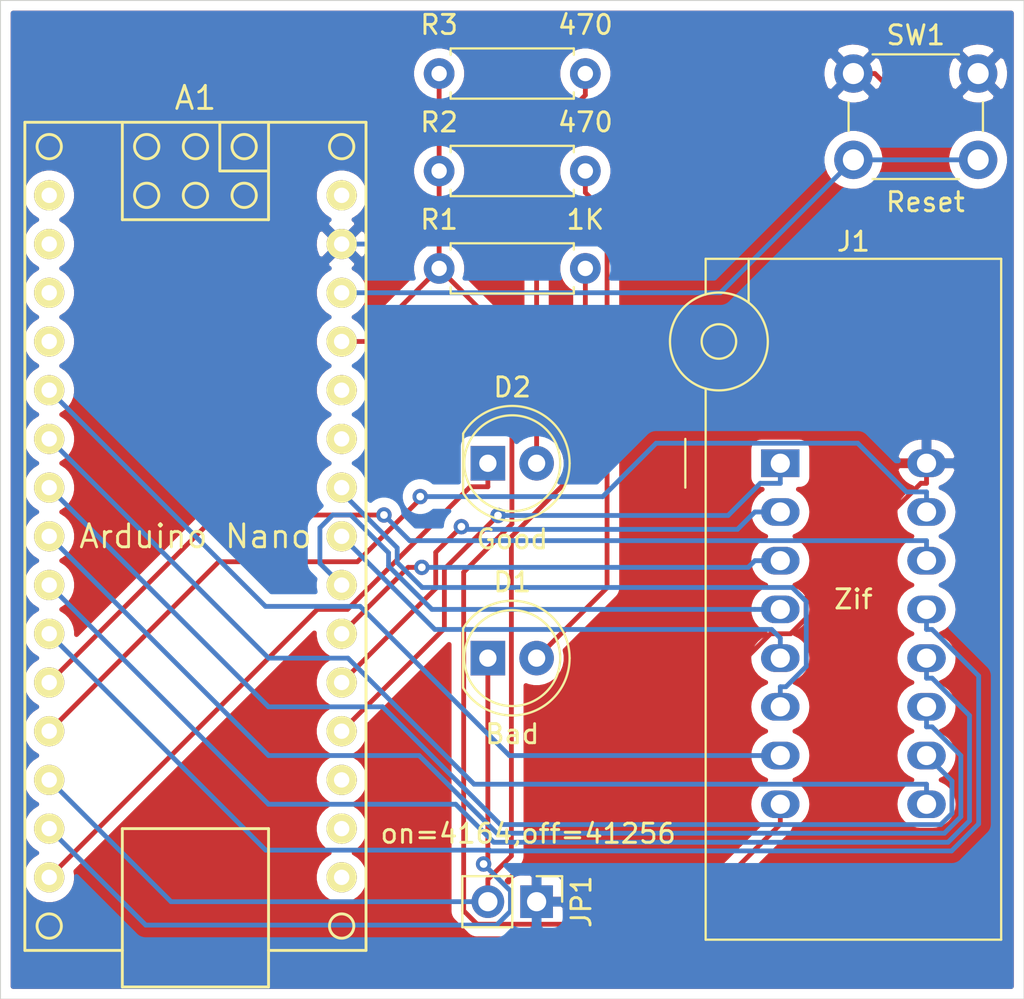
<source format=kicad_pcb>
(kicad_pcb (version 20171130) (host pcbnew 5.1.6-c6e7f7d~87~ubuntu18.04.1)

  (general
    (thickness 1.6)
    (drawings 4)
    (tracks 162)
    (zones 0)
    (modules 9)
    (nets 23)
  )

  (page A4)
  (layers
    (0 F.Cu signal)
    (31 B.Cu signal)
    (32 B.Adhes user)
    (33 F.Adhes user)
    (34 B.Paste user)
    (35 F.Paste user)
    (36 B.SilkS user)
    (37 F.SilkS user)
    (38 B.Mask user)
    (39 F.Mask user)
    (40 Dwgs.User user)
    (41 Cmts.User user)
    (42 Eco1.User user)
    (43 Eco2.User user)
    (44 Edge.Cuts user)
    (45 Margin user)
    (46 B.CrtYd user)
    (47 F.CrtYd user)
    (48 B.Fab user)
    (49 F.Fab user)
  )

  (setup
    (last_trace_width 0.25)
    (trace_clearance 0.2)
    (zone_clearance 0.508)
    (zone_45_only no)
    (trace_min 0.2)
    (via_size 0.8)
    (via_drill 0.4)
    (via_min_size 0.4)
    (via_min_drill 0.3)
    (uvia_size 0.3)
    (uvia_drill 0.1)
    (uvias_allowed no)
    (uvia_min_size 0.2)
    (uvia_min_drill 0.1)
    (edge_width 0.05)
    (segment_width 0.2)
    (pcb_text_width 0.3)
    (pcb_text_size 1.5 1.5)
    (mod_edge_width 0.12)
    (mod_text_size 1 1)
    (mod_text_width 0.15)
    (pad_size 1.524 1.524)
    (pad_drill 0.762)
    (pad_to_mask_clearance 0.05)
    (aux_axis_origin 0 0)
    (visible_elements FFFFFF7F)
    (pcbplotparams
      (layerselection 0x010f0_ffffffff)
      (usegerberextensions true)
      (usegerberattributes false)
      (usegerberadvancedattributes true)
      (creategerberjobfile true)
      (excludeedgelayer true)
      (linewidth 0.100000)
      (plotframeref false)
      (viasonmask false)
      (mode 1)
      (useauxorigin false)
      (hpglpennumber 1)
      (hpglpenspeed 20)
      (hpglpendiameter 15.000000)
      (psnegative false)
      (psa4output false)
      (plotreference true)
      (plotvalue true)
      (plotinvisibletext false)
      (padsonsilk true)
      (subtractmaskfromsilk false)
      (outputformat 1)
      (mirror false)
      (drillshape 0)
      (scaleselection 1)
      (outputdirectory "gerbers/"))
  )

  (net 0 "")
  (net 1 "Net-(A1-Pad15)")
  (net 2 "Net-(A1-Pad14)")
  (net 3 "Net-(A1-Pad13)")
  (net 4 "Net-(A1-Pad12)")
  (net 5 "Net-(A1-Pad19)")
  (net 6 "Net-(A1-Pad11)")
  (net 7 "Net-(A1-Pad20)")
  (net 8 "Net-(A1-Pad10)")
  (net 9 "Net-(A1-Pad21)")
  (net 10 "Net-(A1-Pad9)")
  (net 11 "Net-(A1-Pad22)")
  (net 12 "Net-(A1-Pad8)")
  (net 13 "Net-(A1-Pad23)")
  (net 14 "Net-(A1-Pad7)")
  (net 15 "Net-(A1-Pad24)")
  (net 16 "Net-(A1-Pad6)")
  (net 17 "Net-(A1-Pad5)")
  (net 18 "Net-(A1-Pad27)")
  (net 19 "Net-(A1-Pad28)")
  (net 20 "Net-(A1-Pad29)")
  (net 21 "Net-(D1-Pad2)")
  (net 22 "Net-(D2-Pad2)")

  (net_class Default "This is the default net class."
    (clearance 0.2)
    (trace_width 0.25)
    (via_dia 0.8)
    (via_drill 0.4)
    (uvia_dia 0.3)
    (uvia_drill 0.1)
    (add_net "Net-(A1-Pad10)")
    (add_net "Net-(A1-Pad11)")
    (add_net "Net-(A1-Pad12)")
    (add_net "Net-(A1-Pad13)")
    (add_net "Net-(A1-Pad14)")
    (add_net "Net-(A1-Pad15)")
    (add_net "Net-(A1-Pad19)")
    (add_net "Net-(A1-Pad20)")
    (add_net "Net-(A1-Pad21)")
    (add_net "Net-(A1-Pad22)")
    (add_net "Net-(A1-Pad23)")
    (add_net "Net-(A1-Pad24)")
    (add_net "Net-(A1-Pad27)")
    (add_net "Net-(A1-Pad28)")
    (add_net "Net-(A1-Pad29)")
    (add_net "Net-(A1-Pad5)")
    (add_net "Net-(A1-Pad6)")
    (add_net "Net-(A1-Pad7)")
    (add_net "Net-(A1-Pad8)")
    (add_net "Net-(A1-Pad9)")
    (add_net "Net-(D1-Pad2)")
    (add_net "Net-(D2-Pad2)")
  )

  (module Buttons_Switches_THT:SW_PUSH_6mm (layer F.Cu) (tedit 5923F252) (tstamp 5F3DB1F0)
    (at 171.45 39.37)
    (descr https://www.omron.com/ecb/products/pdf/en-b3f.pdf)
    (tags "tact sw push 6mm")
    (path /5F4559B5)
    (fp_text reference SW1 (at 3.25 -2) (layer F.SilkS)
      (effects (font (size 1 1) (thickness 0.15)))
    )
    (fp_text value Reset (at 3.75 6.7) (layer F.SilkS)
      (effects (font (size 1 1) (thickness 0.15)))
    )
    (fp_circle (center 3.25 2.25) (end 1.25 2.5) (layer F.Fab) (width 0.1))
    (fp_line (start 6.75 3) (end 6.75 1.5) (layer F.SilkS) (width 0.12))
    (fp_line (start 5.5 -1) (end 1 -1) (layer F.SilkS) (width 0.12))
    (fp_line (start -0.25 1.5) (end -0.25 3) (layer F.SilkS) (width 0.12))
    (fp_line (start 1 5.5) (end 5.5 5.5) (layer F.SilkS) (width 0.12))
    (fp_line (start 8 -1.25) (end 8 5.75) (layer F.CrtYd) (width 0.05))
    (fp_line (start 7.75 6) (end -1.25 6) (layer F.CrtYd) (width 0.05))
    (fp_line (start -1.5 5.75) (end -1.5 -1.25) (layer F.CrtYd) (width 0.05))
    (fp_line (start -1.25 -1.5) (end 7.75 -1.5) (layer F.CrtYd) (width 0.05))
    (fp_line (start -1.5 6) (end -1.25 6) (layer F.CrtYd) (width 0.05))
    (fp_line (start -1.5 5.75) (end -1.5 6) (layer F.CrtYd) (width 0.05))
    (fp_line (start -1.5 -1.5) (end -1.25 -1.5) (layer F.CrtYd) (width 0.05))
    (fp_line (start -1.5 -1.25) (end -1.5 -1.5) (layer F.CrtYd) (width 0.05))
    (fp_line (start 8 -1.5) (end 8 -1.25) (layer F.CrtYd) (width 0.05))
    (fp_line (start 7.75 -1.5) (end 8 -1.5) (layer F.CrtYd) (width 0.05))
    (fp_line (start 8 6) (end 8 5.75) (layer F.CrtYd) (width 0.05))
    (fp_line (start 7.75 6) (end 8 6) (layer F.CrtYd) (width 0.05))
    (fp_line (start 0.25 -0.75) (end 3.25 -0.75) (layer F.Fab) (width 0.1))
    (fp_line (start 0.25 5.25) (end 0.25 -0.75) (layer F.Fab) (width 0.1))
    (fp_line (start 6.25 5.25) (end 0.25 5.25) (layer F.Fab) (width 0.1))
    (fp_line (start 6.25 -0.75) (end 6.25 5.25) (layer F.Fab) (width 0.1))
    (fp_line (start 3.25 -0.75) (end 6.25 -0.75) (layer F.Fab) (width 0.1))
    (fp_text user %R (at 3.25 2.25) (layer F.Fab)
      (effects (font (size 1 1) (thickness 0.15)))
    )
    (pad 2 thru_hole circle (at 0 4.5 90) (size 2 2) (drill 1.1) (layers *.Cu *.Mask)
      (net 19 "Net-(A1-Pad28)"))
    (pad 1 thru_hole circle (at 0 0 90) (size 2 2) (drill 1.1) (layers *.Cu *.Mask)
      (net 20 "Net-(A1-Pad29)"))
    (pad 2 thru_hole circle (at 6.5 4.5 90) (size 2 2) (drill 1.1) (layers *.Cu *.Mask)
      (net 19 "Net-(A1-Pad28)"))
    (pad 1 thru_hole circle (at 6.5 0 90) (size 2 2) (drill 1.1) (layers *.Cu *.Mask)
      (net 20 "Net-(A1-Pad29)"))
    (model ${KISYS3DMOD}/Buttons_Switches_THT.3dshapes/SW_PUSH_6mm.wrl
      (offset (xyz 0.1269999980926514 0 0))
      (scale (xyz 0.3937 0.3937 0.3937))
      (rotate (xyz 0 0 0))
    )
  )

  (module Pin_Headers:Pin_Header_Straight_1x02_Pitch2.54mm (layer F.Cu) (tedit 59650532) (tstamp 5F3DAA00)
    (at 154.94 82.55 270)
    (descr "Through hole straight pin header, 1x02, 2.54mm pitch, single row")
    (tags "Through hole pin header THT 1x02 2.54mm single row")
    (path /5F44E223)
    (fp_text reference JP1 (at 0 -2.33 90) (layer F.SilkS)
      (effects (font (size 1 1) (thickness 0.15)))
    )
    (fp_text value on=4164,off=41256 (at -3.55 0.44) (layer F.SilkS)
      (effects (font (size 1 1) (thickness 0.15)))
    )
    (fp_line (start 1.8 -1.8) (end -1.8 -1.8) (layer F.CrtYd) (width 0.05))
    (fp_line (start 1.8 4.35) (end 1.8 -1.8) (layer F.CrtYd) (width 0.05))
    (fp_line (start -1.8 4.35) (end 1.8 4.35) (layer F.CrtYd) (width 0.05))
    (fp_line (start -1.8 -1.8) (end -1.8 4.35) (layer F.CrtYd) (width 0.05))
    (fp_line (start -1.33 -1.33) (end 0 -1.33) (layer F.SilkS) (width 0.12))
    (fp_line (start -1.33 0) (end -1.33 -1.33) (layer F.SilkS) (width 0.12))
    (fp_line (start -1.33 1.27) (end 1.33 1.27) (layer F.SilkS) (width 0.12))
    (fp_line (start 1.33 1.27) (end 1.33 3.87) (layer F.SilkS) (width 0.12))
    (fp_line (start -1.33 1.27) (end -1.33 3.87) (layer F.SilkS) (width 0.12))
    (fp_line (start -1.33 3.87) (end 1.33 3.87) (layer F.SilkS) (width 0.12))
    (fp_line (start -1.27 -0.635) (end -0.635 -1.27) (layer F.Fab) (width 0.1))
    (fp_line (start -1.27 3.81) (end -1.27 -0.635) (layer F.Fab) (width 0.1))
    (fp_line (start 1.27 3.81) (end -1.27 3.81) (layer F.Fab) (width 0.1))
    (fp_line (start 1.27 -1.27) (end 1.27 3.81) (layer F.Fab) (width 0.1))
    (fp_line (start -0.635 -1.27) (end 1.27 -1.27) (layer F.Fab) (width 0.1))
    (fp_text user %R (at 0 1.27) (layer F.Fab)
      (effects (font (size 1 1) (thickness 0.15)))
    )
    (pad 1 thru_hole rect (at 0 0 270) (size 1.7 1.7) (drill 1) (layers *.Cu *.Mask)
      (net 20 "Net-(A1-Pad29)"))
    (pad 2 thru_hole oval (at 0 2.54 270) (size 1.7 1.7) (drill 1) (layers *.Cu *.Mask)
      (net 3 "Net-(A1-Pad13)"))
    (model ${KISYS3DMOD}/Pin_Headers.3dshapes/Pin_Header_Straight_1x02_Pitch2.54mm.wrl
      (at (xyz 0 0 0))
      (scale (xyz 1 1 1))
      (rotate (xyz 0 0 0))
    )
  )

  (module LEDs:LED_D5.0mm (layer F.Cu) (tedit 5995936A) (tstamp 5F3DA991)
    (at 152.4 59.69)
    (descr "LED, diameter 5.0mm, 2 pins, http://cdn-reichelt.de/documents/datenblatt/A500/LL-504BC2E-009.pdf")
    (tags "LED diameter 5.0mm 2 pins")
    (path /5F43D47D)
    (fp_text reference D2 (at 1.27 -3.96) (layer F.SilkS)
      (effects (font (size 1 1) (thickness 0.15)))
    )
    (fp_text value Good (at 1.27 3.96) (layer F.SilkS)
      (effects (font (size 1 1) (thickness 0.15)))
    )
    (fp_line (start 4.5 -3.25) (end -1.95 -3.25) (layer F.CrtYd) (width 0.05))
    (fp_line (start 4.5 3.25) (end 4.5 -3.25) (layer F.CrtYd) (width 0.05))
    (fp_line (start -1.95 3.25) (end 4.5 3.25) (layer F.CrtYd) (width 0.05))
    (fp_line (start -1.95 -3.25) (end -1.95 3.25) (layer F.CrtYd) (width 0.05))
    (fp_line (start -1.29 -1.545) (end -1.29 1.545) (layer F.SilkS) (width 0.12))
    (fp_line (start -1.23 -1.469694) (end -1.23 1.469694) (layer F.Fab) (width 0.1))
    (fp_circle (center 1.27 0) (end 3.77 0) (layer F.SilkS) (width 0.12))
    (fp_circle (center 1.27 0) (end 3.77 0) (layer F.Fab) (width 0.1))
    (fp_arc (start 1.27 0) (end -1.23 -1.469694) (angle 299.1) (layer F.Fab) (width 0.1))
    (fp_arc (start 1.27 0) (end -1.29 -1.54483) (angle 148.9) (layer F.SilkS) (width 0.12))
    (fp_arc (start 1.27 0) (end -1.29 1.54483) (angle -148.9) (layer F.SilkS) (width 0.12))
    (fp_text user %R (at 1.25 0) (layer F.Fab)
      (effects (font (size 0.8 0.8) (thickness 0.2)))
    )
    (pad 1 thru_hole rect (at 0 0) (size 1.8 1.8) (drill 0.9) (layers *.Cu *.Mask)
      (net 1 "Net-(A1-Pad15)"))
    (pad 2 thru_hole circle (at 2.54 0) (size 1.8 1.8) (drill 0.9) (layers *.Cu *.Mask)
      (net 22 "Net-(D2-Pad2)"))
    (model ${KISYS3DMOD}/LEDs.3dshapes/LED_D5.0mm.wrl
      (at (xyz 0 0 0))
      (scale (xyz 0.393701 0.393701 0.393701))
      (rotate (xyz 0 0 0))
    )
  )

  (module LEDs:LED_D5.0mm (layer F.Cu) (tedit 5995936A) (tstamp 5F3DA98E)
    (at 152.4 69.85)
    (descr "LED, diameter 5.0mm, 2 pins, http://cdn-reichelt.de/documents/datenblatt/A500/LL-504BC2E-009.pdf")
    (tags "LED diameter 5.0mm 2 pins")
    (path /5F43C806)
    (fp_text reference D1 (at 1.27 -3.96) (layer F.SilkS)
      (effects (font (size 1 1) (thickness 0.15)))
    )
    (fp_text value Bad (at 1.27 3.96) (layer F.SilkS)
      (effects (font (size 1 1) (thickness 0.15)))
    )
    (fp_line (start 4.5 -3.25) (end -1.95 -3.25) (layer F.CrtYd) (width 0.05))
    (fp_line (start 4.5 3.25) (end 4.5 -3.25) (layer F.CrtYd) (width 0.05))
    (fp_line (start -1.95 3.25) (end 4.5 3.25) (layer F.CrtYd) (width 0.05))
    (fp_line (start -1.95 -3.25) (end -1.95 3.25) (layer F.CrtYd) (width 0.05))
    (fp_line (start -1.29 -1.545) (end -1.29 1.545) (layer F.SilkS) (width 0.12))
    (fp_line (start -1.23 -1.469694) (end -1.23 1.469694) (layer F.Fab) (width 0.1))
    (fp_circle (center 1.27 0) (end 3.77 0) (layer F.SilkS) (width 0.12))
    (fp_circle (center 1.27 0) (end 3.77 0) (layer F.Fab) (width 0.1))
    (fp_arc (start 1.27 0) (end -1.23 -1.469694) (angle 299.1) (layer F.Fab) (width 0.1))
    (fp_arc (start 1.27 0) (end -1.29 -1.54483) (angle 148.9) (layer F.SilkS) (width 0.12))
    (fp_arc (start 1.27 0) (end -1.29 1.54483) (angle -148.9) (layer F.SilkS) (width 0.12))
    (fp_text user %R (at 1.25 0) (layer F.Fab)
      (effects (font (size 0.8 0.8) (thickness 0.2)))
    )
    (pad 1 thru_hole rect (at 0 0) (size 1.8 1.8) (drill 0.9) (layers *.Cu *.Mask)
      (net 2 "Net-(A1-Pad14)"))
    (pad 2 thru_hole circle (at 2.54 0) (size 1.8 1.8) (drill 0.9) (layers *.Cu *.Mask)
      (net 21 "Net-(D1-Pad2)"))
    (model ${KISYS3DMOD}/LEDs.3dshapes/LED_D5.0mm.wrl
      (at (xyz 0 0 0))
      (scale (xyz 0.393701 0.393701 0.393701))
      (rotate (xyz 0 0 0))
    )
  )

  (module Resistors_THT:R_Axial_DIN0207_L6.3mm_D2.5mm_P7.62mm_Horizontal (layer F.Cu) (tedit 5874F706) (tstamp 5F3DA0AA)
    (at 149.86 39.37)
    (descr "Resistor, Axial_DIN0207 series, Axial, Horizontal, pin pitch=7.62mm, 0.25W = 1/4W, length*diameter=6.3*2.5mm^2, http://cdn-reichelt.de/documents/datenblatt/B400/1_4W%23YAG.pdf")
    (tags "Resistor Axial_DIN0207 series Axial Horizontal pin pitch 7.62mm 0.25W = 1/4W length 6.3mm diameter 2.5mm")
    (path /5F4204DE)
    (fp_text reference R3 (at 0 -2.54) (layer F.SilkS)
      (effects (font (size 1 1) (thickness 0.15)))
    )
    (fp_text value 470 (at 7.62 -2.54) (layer F.SilkS)
      (effects (font (size 1 1) (thickness 0.15)))
    )
    (fp_line (start 8.7 -1.6) (end -1.05 -1.6) (layer F.CrtYd) (width 0.05))
    (fp_line (start 8.7 1.6) (end 8.7 -1.6) (layer F.CrtYd) (width 0.05))
    (fp_line (start -1.05 1.6) (end 8.7 1.6) (layer F.CrtYd) (width 0.05))
    (fp_line (start -1.05 -1.6) (end -1.05 1.6) (layer F.CrtYd) (width 0.05))
    (fp_line (start 7.02 1.31) (end 7.02 0.98) (layer F.SilkS) (width 0.12))
    (fp_line (start 0.6 1.31) (end 7.02 1.31) (layer F.SilkS) (width 0.12))
    (fp_line (start 0.6 0.98) (end 0.6 1.31) (layer F.SilkS) (width 0.12))
    (fp_line (start 7.02 -1.31) (end 7.02 -0.98) (layer F.SilkS) (width 0.12))
    (fp_line (start 0.6 -1.31) (end 7.02 -1.31) (layer F.SilkS) (width 0.12))
    (fp_line (start 0.6 -0.98) (end 0.6 -1.31) (layer F.SilkS) (width 0.12))
    (fp_line (start 7.62 0) (end 6.96 0) (layer F.Fab) (width 0.1))
    (fp_line (start 0 0) (end 0.66 0) (layer F.Fab) (width 0.1))
    (fp_line (start 6.96 -1.25) (end 0.66 -1.25) (layer F.Fab) (width 0.1))
    (fp_line (start 6.96 1.25) (end 6.96 -1.25) (layer F.Fab) (width 0.1))
    (fp_line (start 0.66 1.25) (end 6.96 1.25) (layer F.Fab) (width 0.1))
    (fp_line (start 0.66 -1.25) (end 0.66 1.25) (layer F.Fab) (width 0.1))
    (pad 1 thru_hole circle (at 0 0) (size 1.6 1.6) (drill 0.8) (layers *.Cu *.Mask)
      (net 18 "Net-(A1-Pad27)"))
    (pad 2 thru_hole oval (at 7.62 0) (size 1.6 1.6) (drill 0.8) (layers *.Cu *.Mask)
      (net 22 "Net-(D2-Pad2)"))
    (model ${KISYS3DMOD}/Resistors_THT.3dshapes/R_Axial_DIN0207_L6.3mm_D2.5mm_P7.62mm_Horizontal.wrl
      (at (xyz 0 0 0))
      (scale (xyz 0.393701 0.393701 0.393701))
      (rotate (xyz 0 0 0))
    )
  )

  (module Resistors_THT:R_Axial_DIN0207_L6.3mm_D2.5mm_P7.62mm_Horizontal (layer F.Cu) (tedit 5874F706) (tstamp 5F3DA0A7)
    (at 149.86 44.45)
    (descr "Resistor, Axial_DIN0207 series, Axial, Horizontal, pin pitch=7.62mm, 0.25W = 1/4W, length*diameter=6.3*2.5mm^2, http://cdn-reichelt.de/documents/datenblatt/B400/1_4W%23YAG.pdf")
    (tags "Resistor Axial_DIN0207 series Axial Horizontal pin pitch 7.62mm 0.25W = 1/4W length 6.3mm diameter 2.5mm")
    (path /5F41FD67)
    (fp_text reference R2 (at 0 -2.54) (layer F.SilkS)
      (effects (font (size 1 1) (thickness 0.15)))
    )
    (fp_text value 470 (at 7.62 -2.54) (layer F.SilkS)
      (effects (font (size 1 1) (thickness 0.15)))
    )
    (fp_line (start 8.7 -1.6) (end -1.05 -1.6) (layer F.CrtYd) (width 0.05))
    (fp_line (start 8.7 1.6) (end 8.7 -1.6) (layer F.CrtYd) (width 0.05))
    (fp_line (start -1.05 1.6) (end 8.7 1.6) (layer F.CrtYd) (width 0.05))
    (fp_line (start -1.05 -1.6) (end -1.05 1.6) (layer F.CrtYd) (width 0.05))
    (fp_line (start 7.02 1.31) (end 7.02 0.98) (layer F.SilkS) (width 0.12))
    (fp_line (start 0.6 1.31) (end 7.02 1.31) (layer F.SilkS) (width 0.12))
    (fp_line (start 0.6 0.98) (end 0.6 1.31) (layer F.SilkS) (width 0.12))
    (fp_line (start 7.02 -1.31) (end 7.02 -0.98) (layer F.SilkS) (width 0.12))
    (fp_line (start 0.6 -1.31) (end 7.02 -1.31) (layer F.SilkS) (width 0.12))
    (fp_line (start 0.6 -0.98) (end 0.6 -1.31) (layer F.SilkS) (width 0.12))
    (fp_line (start 7.62 0) (end 6.96 0) (layer F.Fab) (width 0.1))
    (fp_line (start 0 0) (end 0.66 0) (layer F.Fab) (width 0.1))
    (fp_line (start 6.96 -1.25) (end 0.66 -1.25) (layer F.Fab) (width 0.1))
    (fp_line (start 6.96 1.25) (end 6.96 -1.25) (layer F.Fab) (width 0.1))
    (fp_line (start 0.66 1.25) (end 6.96 1.25) (layer F.Fab) (width 0.1))
    (fp_line (start 0.66 -1.25) (end 0.66 1.25) (layer F.Fab) (width 0.1))
    (pad 1 thru_hole circle (at 0 0) (size 1.6 1.6) (drill 0.8) (layers *.Cu *.Mask)
      (net 18 "Net-(A1-Pad27)"))
    (pad 2 thru_hole oval (at 7.62 0) (size 1.6 1.6) (drill 0.8) (layers *.Cu *.Mask)
      (net 21 "Net-(D1-Pad2)"))
    (model ${KISYS3DMOD}/Resistors_THT.3dshapes/R_Axial_DIN0207_L6.3mm_D2.5mm_P7.62mm_Horizontal.wrl
      (at (xyz 0 0 0))
      (scale (xyz 0.393701 0.393701 0.393701))
      (rotate (xyz 0 0 0))
    )
  )

  (module Resistors_THT:R_Axial_DIN0207_L6.3mm_D2.5mm_P7.62mm_Horizontal (layer F.Cu) (tedit 5874F706) (tstamp 5F3DA0A4)
    (at 149.86 49.53)
    (descr "Resistor, Axial_DIN0207 series, Axial, Horizontal, pin pitch=7.62mm, 0.25W = 1/4W, length*diameter=6.3*2.5mm^2, http://cdn-reichelt.de/documents/datenblatt/B400/1_4W%23YAG.pdf")
    (tags "Resistor Axial_DIN0207 series Axial Horizontal pin pitch 7.62mm 0.25W = 1/4W length 6.3mm diameter 2.5mm")
    (path /5F41F515)
    (fp_text reference R1 (at 0 -2.54) (layer F.SilkS)
      (effects (font (size 1 1) (thickness 0.15)))
    )
    (fp_text value 1K (at 7.62 -2.54) (layer F.SilkS)
      (effects (font (size 1 1) (thickness 0.15)))
    )
    (fp_line (start 8.7 -1.6) (end -1.05 -1.6) (layer F.CrtYd) (width 0.05))
    (fp_line (start 8.7 1.6) (end 8.7 -1.6) (layer F.CrtYd) (width 0.05))
    (fp_line (start -1.05 1.6) (end 8.7 1.6) (layer F.CrtYd) (width 0.05))
    (fp_line (start -1.05 -1.6) (end -1.05 1.6) (layer F.CrtYd) (width 0.05))
    (fp_line (start 7.02 1.31) (end 7.02 0.98) (layer F.SilkS) (width 0.12))
    (fp_line (start 0.6 1.31) (end 7.02 1.31) (layer F.SilkS) (width 0.12))
    (fp_line (start 0.6 0.98) (end 0.6 1.31) (layer F.SilkS) (width 0.12))
    (fp_line (start 7.02 -1.31) (end 7.02 -0.98) (layer F.SilkS) (width 0.12))
    (fp_line (start 0.6 -1.31) (end 7.02 -1.31) (layer F.SilkS) (width 0.12))
    (fp_line (start 0.6 -0.98) (end 0.6 -1.31) (layer F.SilkS) (width 0.12))
    (fp_line (start 7.62 0) (end 6.96 0) (layer F.Fab) (width 0.1))
    (fp_line (start 0 0) (end 0.66 0) (layer F.Fab) (width 0.1))
    (fp_line (start 6.96 -1.25) (end 0.66 -1.25) (layer F.Fab) (width 0.1))
    (fp_line (start 6.96 1.25) (end 6.96 -1.25) (layer F.Fab) (width 0.1))
    (fp_line (start 0.66 1.25) (end 6.96 1.25) (layer F.Fab) (width 0.1))
    (fp_line (start 0.66 -1.25) (end 0.66 1.25) (layer F.Fab) (width 0.1))
    (pad 1 thru_hole circle (at 0 0) (size 1.6 1.6) (drill 0.8) (layers *.Cu *.Mask)
      (net 18 "Net-(A1-Pad27)"))
    (pad 2 thru_hole oval (at 7.62 0) (size 1.6 1.6) (drill 0.8) (layers *.Cu *.Mask)
      (net 3 "Net-(A1-Pad13)"))
    (model ${KISYS3DMOD}/Resistors_THT.3dshapes/R_Axial_DIN0207_L6.3mm_D2.5mm_P7.62mm_Horizontal.wrl
      (at (xyz 0 0 0))
      (scale (xyz 0.393701 0.393701 0.393701))
      (rotate (xyz 0 0 0))
    )
  )

  (module arduino:DIP_Socket-16_W4.3_W5.08_W7.62_W10.16_W10.9_3M_216-3340-00-0602J (layer F.Cu) (tedit 5C461E8A) (tstamp 5F3D5243)
    (at 167.64 59.69)
    (descr "3M 16-pin zero insertion force socket, through-hole, row spacing 7.62 mm (300 mils), http://multimedia.3m.com/mws/media/494546O/3mtm-dip-sockets-100-2-54-mm-ts0365.pdf")
    (tags "THT DIP DIL ZIF 7.62mm 300mil Socket")
    (path /5F3DB3B1)
    (fp_text reference J1 (at 3.81 -11.56) (layer F.SilkS)
      (effects (font (size 1 1) (thickness 0.15)))
    )
    (fp_text value "Zif Socket" (at 3.81 25.74) (layer F.Fab)
      (effects (font (size 0.6 0.6) (thickness 0.09)))
    )
    (fp_circle (center -3.2 -6.35) (end -0.65 -6.35) (layer F.SilkS) (width 0.12))
    (fp_circle (center -3.2 -6.35) (end -2.3 -6.35) (layer F.SilkS) (width 0.12))
    (fp_line (start -5.5 -23.36) (end 0.1 -23.36) (layer F.CrtYd) (width 0.05))
    (fp_line (start 0.1 -23.36) (end 0.1 -11.06) (layer F.CrtYd) (width 0.05))
    (fp_line (start 0.1 -11.06) (end 11.91 -11.06) (layer F.CrtYd) (width 0.05))
    (fp_line (start 11.91 -11.06) (end 11.91 25.24) (layer F.CrtYd) (width 0.05))
    (fp_line (start 11.91 25.24) (end -4.29 25.24) (layer F.CrtYd) (width 0.05))
    (fp_line (start -4.29 25.24) (end -4.29 -3.4) (layer F.CrtYd) (width 0.05))
    (fp_line (start -4.29 -3.4) (end -5.5 -3.4) (layer F.CrtYd) (width 0.05))
    (fp_line (start -5.5 -3.4) (end -5.5 -23.36) (layer F.CrtYd) (width 0.05))
    (fp_line (start -5 -21.46) (end -3.7 -22.86) (layer F.Fab) (width 0.1))
    (fp_line (start -3.7 -22.86) (end -1.7 -22.86) (layer F.Fab) (width 0.1))
    (fp_line (start -1.7 -22.86) (end -0.4 -21.46) (layer F.Fab) (width 0.1))
    (fp_line (start -0.4 -21.46) (end -5 -21.46) (layer F.Fab) (width 0.1))
    (fp_line (start -5 -21.46) (end -5 -17.86) (layer F.Fab) (width 0.1))
    (fp_line (start -5 -17.86) (end -0.4 -17.86) (layer F.Fab) (width 0.1))
    (fp_line (start -0.4 -17.86) (end -0.4 -21.46) (layer F.Fab) (width 0.1))
    (fp_line (start -5 -17.86) (end -3.5 -15.86) (layer F.Fab) (width 0.1))
    (fp_line (start -0.4 -17.86) (end -1.9 -15.86) (layer F.Fab) (width 0.1))
    (fp_line (start -3.5 -9.75) (end -3.5 -15.86) (layer F.Fab) (width 0.1))
    (fp_line (start -3.5 -15.86) (end -1.9 -15.86) (layer F.Fab) (width 0.1))
    (fp_line (start -1.9 -15.86) (end -1.9 -10.56) (layer F.Fab) (width 0.1))
    (fp_line (start 11.41 24.74) (end -3.79 24.74) (layer F.Fab) (width 0.1))
    (fp_line (start -3.79 24.74) (end -3.79 -9.4) (layer F.Fab) (width 0.1))
    (fp_line (start -3.79 -9.4) (end -2.85 -10.56) (layer F.Fab) (width 0.1))
    (fp_line (start -2.85 -10.56) (end 11.41 -10.56) (layer F.Fab) (width 0.1))
    (fp_line (start 11.41 -10.56) (end 11.41 24.74) (layer F.Fab) (width 0.1))
    (fp_line (start -3.89 -3.9) (end -3.89 24.84) (layer F.SilkS) (width 0.12))
    (fp_line (start -3.89 24.84) (end 11.51 24.84) (layer F.SilkS) (width 0.12))
    (fp_line (start 11.51 24.84) (end 11.51 -10.66) (layer F.SilkS) (width 0.12))
    (fp_line (start 11.51 -10.66) (end -3.89 -10.66) (layer F.SilkS) (width 0.12))
    (fp_line (start -3.89 -10.66) (end -3.89 -8.8) (layer F.SilkS) (width 0.12))
    (fp_line (start -1.65 -10.66) (end -1.65 -8.4) (layer F.SilkS) (width 0.12))
    (fp_line (start -4.95 1.27) (end -4.95 -1.27) (layer F.SilkS) (width 0.12))
    (fp_text user Zif (at 3.81 7.09) (layer F.SilkS)
      (effects (font (size 1 1) (thickness 0.15)))
    )
    (pad 9 thru_hole oval (at 7.62 17.78) (size 2 1.44) (drill 1) (layers *.Cu *.Mask)
      (net 16 "Net-(A1-Pad6)"))
    (pad 8 thru_hole oval (at 0 17.78) (size 2 1.44) (drill 1) (layers *.Cu *.Mask)
      (net 18 "Net-(A1-Pad27)"))
    (pad 10 thru_hole oval (at 7.62 15.24) (size 2 1.44) (drill 1) (layers *.Cu *.Mask)
      (net 14 "Net-(A1-Pad7)"))
    (pad 7 thru_hole oval (at 0 15.24) (size 2 1.44) (drill 1) (layers *.Cu *.Mask)
      (net 17 "Net-(A1-Pad5)"))
    (pad 11 thru_hole oval (at 7.62 12.7) (size 2 1.44) (drill 1) (layers *.Cu *.Mask)
      (net 12 "Net-(A1-Pad8)"))
    (pad 6 thru_hole oval (at 0 12.7) (size 2 1.44) (drill 1) (layers *.Cu *.Mask)
      (net 15 "Net-(A1-Pad24)"))
    (pad 12 thru_hole oval (at 7.62 10.16) (size 2 1.44) (drill 1) (layers *.Cu *.Mask)
      (net 10 "Net-(A1-Pad9)"))
    (pad 5 thru_hole oval (at 0 10.16) (size 2 1.44) (drill 1) (layers *.Cu *.Mask)
      (net 13 "Net-(A1-Pad23)"))
    (pad 13 thru_hole oval (at 7.62 7.62) (size 2 1.44) (drill 1) (layers *.Cu *.Mask)
      (net 8 "Net-(A1-Pad10)"))
    (pad 4 thru_hole oval (at 0 7.62) (size 2 1.44) (drill 1) (layers *.Cu *.Mask)
      (net 11 "Net-(A1-Pad22)"))
    (pad 14 thru_hole oval (at 7.62 5.08) (size 2 1.44) (drill 1) (layers *.Cu *.Mask)
      (net 6 "Net-(A1-Pad11)"))
    (pad 3 thru_hole oval (at 0 5.08) (size 2 1.44) (drill 1) (layers *.Cu *.Mask)
      (net 9 "Net-(A1-Pad21)"))
    (pad 15 thru_hole oval (at 7.62 2.54) (size 2 1.44) (drill 1) (layers *.Cu *.Mask)
      (net 4 "Net-(A1-Pad12)"))
    (pad 2 thru_hole oval (at 0 2.54) (size 2 1.44) (drill 1) (layers *.Cu *.Mask)
      (net 7 "Net-(A1-Pad20)"))
    (pad 16 thru_hole oval (at 7.62 0) (size 2 1.44) (drill 1) (layers *.Cu *.Mask)
      (net 20 "Net-(A1-Pad29)"))
    (pad 1 thru_hole rect (at 0 0) (size 2 1.44) (drill 1) (layers *.Cu *.Mask)
      (net 5 "Net-(A1-Pad19)"))
    (model ${KISYS3DMOD}/Socket.3dshapes/DIP_Socket-16_W4.3_W5.08_W7.62_W10.16_W10.9_3M_216-3340-00-0602J.wrl
      (at (xyz 0 0 0))
      (scale (xyz 1 1 1))
      (rotate (xyz 0 0 0))
    )
  )

  (module arduino:arduino_nano (layer F.Cu) (tedit 5998B34A) (tstamp 5F3D3C2A)
    (at 137.16 63.5 270)
    (path /5F3D7234)
    (fp_text reference A1 (at -22.86 0) (layer F.SilkS)
      (effects (font (size 1.2 1.2) (thickness 0.15)))
    )
    (fp_text value "Arduino Nano" (at 0 0) (layer F.SilkS)
      (effects (font (size 1.2 1.2) (thickness 0.15)))
    )
    (fp_line (start 21.59 3.81) (end 21.59 8.89) (layer F.SilkS) (width 0.15))
    (fp_line (start 21.59 -8.89) (end 21.59 -3.81) (layer F.SilkS) (width 0.15))
    (fp_line (start 23.495 -3.81) (end 23.495 3.81) (layer F.SilkS) (width 0.15))
    (fp_line (start 23.495 3.81) (end 15.24 3.81) (layer F.SilkS) (width 0.15))
    (fp_line (start 15.24 3.81) (end 15.24 -3.81) (layer F.SilkS) (width 0.15))
    (fp_line (start 15.24 -3.81) (end 23.495 -3.81) (layer F.SilkS) (width 0.15))
    (fp_circle (center -20.32 0) (end -19.685 0) (layer F.SilkS) (width 0.15))
    (fp_circle (center -20.32 2.54) (end -19.685 2.54) (layer F.SilkS) (width 0.15))
    (fp_circle (center -17.78 2.54) (end -17.145 2.54) (layer F.SilkS) (width 0.15))
    (fp_circle (center -17.78 0) (end -17.145 0) (layer F.SilkS) (width 0.15))
    (fp_circle (center -17.78 -2.54) (end -17.145 -2.54) (layer F.SilkS) (width 0.15))
    (fp_circle (center -20.32 -2.54) (end -20.32 -1.905) (layer F.SilkS) (width 0.15))
    (fp_circle (center 20.32 7.62) (end 20.955 7.62) (layer F.SilkS) (width 0.15))
    (fp_circle (center 20.32 -7.62) (end 20.955 -7.62) (layer F.SilkS) (width 0.15))
    (fp_circle (center -20.32 7.62) (end -19.685 7.62) (layer F.SilkS) (width 0.15))
    (fp_circle (center -20.32 -7.62) (end -19.685 -7.62) (layer F.SilkS) (width 0.15))
    (fp_line (start -19.05 -3.81) (end -19.05 -1.27) (layer F.SilkS) (width 0.15))
    (fp_line (start -19.05 -1.27) (end -21.59 -1.27) (layer F.SilkS) (width 0.15))
    (fp_line (start -16.51 -3.81) (end -21.59 -3.81) (layer F.SilkS) (width 0.15))
    (fp_line (start -21.59 3.81) (end -16.51 3.81) (layer F.SilkS) (width 0.15))
    (fp_line (start -16.51 3.81) (end -16.51 -3.81) (layer F.SilkS) (width 0.15))
    (fp_line (start -21.59 -8.89) (end -21.59 8.89) (layer F.SilkS) (width 0.15))
    (fp_line (start -21.59 8.89) (end 21.59 8.89) (layer F.SilkS) (width 0.15))
    (fp_line (start 21.59 -8.89) (end -21.59 -8.89) (layer F.SilkS) (width 0.15))
    (pad 15 thru_hole circle (at 17.78 7.62 270) (size 1.5748 1.5748) (drill 0.8) (layers *.Cu *.Mask F.SilkS)
      (net 1 "Net-(A1-Pad15)"))
    (pad 16 thru_hole circle (at 17.78 -7.62 270) (size 1.5748 1.5748) (drill 0.8) (layers *.Cu *.Mask F.SilkS))
    (pad 14 thru_hole circle (at 15.24 7.62 270) (size 1.5748 1.5748) (drill 0.8) (layers *.Cu *.Mask F.SilkS)
      (net 2 "Net-(A1-Pad14)"))
    (pad 17 thru_hole circle (at 15.24 -7.62 270) (size 1.5748 1.5748) (drill 0.8) (layers *.Cu *.Mask F.SilkS))
    (pad 13 thru_hole circle (at 12.7 7.62 270) (size 1.5748 1.5748) (drill 0.8) (layers *.Cu *.Mask F.SilkS)
      (net 3 "Net-(A1-Pad13)"))
    (pad 18 thru_hole circle (at 12.7 -7.62 270) (size 1.5748 1.5748) (drill 0.8) (layers *.Cu *.Mask F.SilkS))
    (pad 12 thru_hole circle (at 10.16 7.62 270) (size 1.5748 1.5748) (drill 0.8) (layers *.Cu *.Mask F.SilkS)
      (net 4 "Net-(A1-Pad12)"))
    (pad 19 thru_hole circle (at 10.16 -7.62 270) (size 1.5748 1.5748) (drill 0.8) (layers *.Cu *.Mask F.SilkS)
      (net 5 "Net-(A1-Pad19)"))
    (pad 11 thru_hole circle (at 7.62 7.62 270) (size 1.5748 1.5748) (drill 0.8) (layers *.Cu *.Mask F.SilkS)
      (net 6 "Net-(A1-Pad11)"))
    (pad 20 thru_hole circle (at 7.62 -7.62 270) (size 1.5748 1.5748) (drill 0.8) (layers *.Cu *.Mask F.SilkS)
      (net 7 "Net-(A1-Pad20)"))
    (pad 10 thru_hole circle (at 5.08 7.62 270) (size 1.5748 1.5748) (drill 0.8) (layers *.Cu *.Mask F.SilkS)
      (net 8 "Net-(A1-Pad10)"))
    (pad 21 thru_hole circle (at 5.08 -7.62 270) (size 1.5748 1.5748) (drill 0.8) (layers *.Cu *.Mask F.SilkS)
      (net 9 "Net-(A1-Pad21)"))
    (pad 9 thru_hole circle (at 2.54 7.62 270) (size 1.5748 1.5748) (drill 0.8) (layers *.Cu *.Mask F.SilkS)
      (net 10 "Net-(A1-Pad9)"))
    (pad 22 thru_hole circle (at 2.54 -7.62 270) (size 1.5748 1.5748) (drill 0.8) (layers *.Cu *.Mask F.SilkS)
      (net 11 "Net-(A1-Pad22)"))
    (pad 8 thru_hole circle (at 0 7.62 270) (size 1.5748 1.5748) (drill 0.8) (layers *.Cu *.Mask F.SilkS)
      (net 12 "Net-(A1-Pad8)"))
    (pad 23 thru_hole circle (at 0 -7.62 270) (size 1.5748 1.5748) (drill 0.8) (layers *.Cu *.Mask F.SilkS)
      (net 13 "Net-(A1-Pad23)"))
    (pad 7 thru_hole circle (at -2.54 7.62 270) (size 1.5748 1.5748) (drill 0.8) (layers *.Cu *.Mask F.SilkS)
      (net 14 "Net-(A1-Pad7)"))
    (pad 24 thru_hole circle (at -2.54 -7.62 270) (size 1.5748 1.5748) (drill 0.8) (layers *.Cu *.Mask F.SilkS)
      (net 15 "Net-(A1-Pad24)"))
    (pad 6 thru_hole circle (at -5.08 7.62 270) (size 1.5748 1.5748) (drill 0.8) (layers *.Cu *.Mask F.SilkS)
      (net 16 "Net-(A1-Pad6)"))
    (pad 25 thru_hole circle (at -5.08 -7.62 270) (size 1.5748 1.5748) (drill 0.8) (layers *.Cu *.Mask F.SilkS))
    (pad 5 thru_hole circle (at -7.62 7.62 270) (size 1.5748 1.5748) (drill 0.8) (layers *.Cu *.Mask F.SilkS)
      (net 17 "Net-(A1-Pad5)"))
    (pad 26 thru_hole circle (at -7.62 -7.62 270) (size 1.5748 1.5748) (drill 0.8) (layers *.Cu *.Mask F.SilkS))
    (pad 4 thru_hole circle (at -10.16 7.62 270) (size 1.5748 1.5748) (drill 0.8) (layers *.Cu *.Mask F.SilkS))
    (pad 27 thru_hole circle (at -10.16 -7.62 270) (size 1.5748 1.5748) (drill 0.8) (layers *.Cu *.Mask F.SilkS)
      (net 18 "Net-(A1-Pad27)"))
    (pad 3 thru_hole circle (at -12.7 7.62 270) (size 1.5748 1.5748) (drill 0.8) (layers *.Cu *.Mask F.SilkS))
    (pad 28 thru_hole circle (at -12.7 -7.62 270) (size 1.5748 1.5748) (drill 0.8) (layers *.Cu *.Mask F.SilkS)
      (net 19 "Net-(A1-Pad28)"))
    (pad 2 thru_hole circle (at -15.24 7.62 270) (size 1.5748 1.5748) (drill 0.8) (layers *.Cu *.Mask F.SilkS))
    (pad 29 thru_hole circle (at -15.24 -7.62 270) (size 1.5748 1.5748) (drill 0.8) (layers *.Cu *.Mask F.SilkS)
      (net 20 "Net-(A1-Pad29)"))
    (pad 1 thru_hole circle (at -17.78 7.62 270) (size 1.5748 1.5748) (drill 0.8) (layers *.Cu *.Mask F.SilkS))
    (pad 30 thru_hole circle (at -17.78 -7.62 270) (size 1.5748 1.5748) (drill 0.8) (layers *.Cu *.Mask F.SilkS))
  )

  (gr_line (start 127 35.56) (end 180.34 35.56) (layer Edge.Cuts) (width 0.05) (tstamp 5F3ECCA2))
  (gr_line (start 127 87.63) (end 127 35.56) (layer Edge.Cuts) (width 0.05))
  (gr_line (start 180.34 87.63) (end 127 87.63) (layer Edge.Cuts) (width 0.05))
  (gr_line (start 180.34 35.56) (end 180.34 87.63) (layer Edge.Cuts) (width 0.05))

  (segment (start 152.4 59.69) (end 152.4 60.9153) (width 0.25) (layer F.Cu) (net 1))
  (segment (start 129.54 81.28) (end 143.51 67.31) (width 0.25) (layer F.Cu) (net 1))
  (segment (start 143.51 67.31) (end 145.0848 67.31) (width 0.25) (layer F.Cu) (net 1))
  (segment (start 145.0848 67.31) (end 151.4795 60.9153) (width 0.25) (layer F.Cu) (net 1))
  (segment (start 151.4795 60.9153) (end 152.4 60.9153) (width 0.25) (layer F.Cu) (net 1))
  (segment (start 152.1765 80.5864) (end 152.4 80.3629) (width 0.25) (layer F.Cu) (net 2))
  (segment (start 152.4 80.3629) (end 152.4 69.85) (width 0.25) (layer F.Cu) (net 2))
  (segment (start 129.54 78.74) (end 134.5711 83.7711) (width 0.25) (layer B.Cu) (net 2))
  (segment (start 134.5711 83.7711) (end 152.8553 83.7711) (width 0.25) (layer B.Cu) (net 2))
  (segment (start 152.8553 83.7711) (end 153.5754 83.051) (width 0.25) (layer B.Cu) (net 2))
  (segment (start 153.5754 83.051) (end 153.5754 81.9853) (width 0.25) (layer B.Cu) (net 2))
  (segment (start 153.5754 81.9853) (end 152.1765 80.5864) (width 0.25) (layer B.Cu) (net 2))
  (via (at 152.1765 80.5864) (size 0.8) (layers F.Cu B.Cu) (net 2))
  (segment (start 157.48 49.53) (end 157.48 59.6645) (width 0.25) (layer F.Cu) (net 3))
  (segment (start 157.48 59.6645) (end 153.6254 63.5191) (width 0.25) (layer F.Cu) (net 3))
  (segment (start 153.6254 63.5191) (end 153.6254 80.1633) (width 0.25) (layer F.Cu) (net 3))
  (segment (start 153.6254 80.1633) (end 152.414 81.3747) (width 0.25) (layer F.Cu) (net 3))
  (segment (start 152.414 81.3747) (end 152.4 81.3747) (width 0.25) (layer F.Cu) (net 3))
  (segment (start 152.4 82.55) (end 152.4 81.3747) (width 0.25) (layer F.Cu) (net 3))
  (segment (start 129.54 76.2) (end 135.89 82.55) (width 0.25) (layer B.Cu) (net 3))
  (segment (start 135.89 82.55) (end 152.4 82.55) (width 0.25) (layer B.Cu) (net 3))
  (segment (start 129.54 73.66) (end 138.3755 64.8245) (width 0.25) (layer F.Cu) (net 4))
  (segment (start 138.3755 64.8245) (end 145.6026 64.8245) (width 0.25) (layer F.Cu) (net 4))
  (segment (start 145.6026 64.8245) (end 148.8749 61.5522) (width 0.25) (layer F.Cu) (net 4))
  (segment (start 148.8749 61.5522) (end 148.8749 61.4288) (width 0.25) (layer F.Cu) (net 4))
  (segment (start 175.26 61.1847) (end 174.2147 61.1847) (width 0.25) (layer B.Cu) (net 4))
  (segment (start 174.2147 61.1847) (end 171.6746 58.6446) (width 0.25) (layer B.Cu) (net 4))
  (segment (start 171.6746 58.6446) (end 161.17 58.6446) (width 0.25) (layer B.Cu) (net 4))
  (segment (start 161.17 58.6446) (end 158.3858 61.4288) (width 0.25) (layer B.Cu) (net 4))
  (segment (start 158.3858 61.4288) (end 148.8749 61.4288) (width 0.25) (layer B.Cu) (net 4))
  (segment (start 175.26 62.23) (end 175.26 61.1847) (width 0.25) (layer B.Cu) (net 4))
  (via (at 148.8749 61.4288) (size 0.8) (layers F.Cu B.Cu) (net 4))
  (segment (start 144.78 73.66) (end 150.1329 68.3071) (width 0.25) (layer F.Cu) (net 5))
  (segment (start 150.1329 68.3071) (end 150.1329 65.2065) (width 0.25) (layer F.Cu) (net 5))
  (segment (start 150.1329 65.2065) (end 152.9278 62.4116) (width 0.25) (layer F.Cu) (net 5))
  (segment (start 167.64 59.69) (end 167.64 60.7353) (width 0.25) (layer B.Cu) (net 5))
  (segment (start 152.9278 62.4116) (end 164.9184 62.4116) (width 0.25) (layer B.Cu) (net 5))
  (segment (start 164.9184 62.4116) (end 166.5947 60.7353) (width 0.25) (layer B.Cu) (net 5))
  (segment (start 166.5947 60.7353) (end 167.64 60.7353) (width 0.25) (layer B.Cu) (net 5))
  (via (at 152.9278 62.4116) (size 0.8) (layers F.Cu B.Cu) (net 5))
  (segment (start 129.54 71.12) (end 138.2728 62.3872) (width 0.25) (layer F.Cu) (net 6))
  (segment (start 138.2728 62.3872) (end 146.9863 62.3872) (width 0.25) (layer F.Cu) (net 6))
  (segment (start 175.26 63.7247) (end 148.3238 63.7247) (width 0.25) (layer B.Cu) (net 6))
  (segment (start 148.3238 63.7247) (end 146.9863 62.3872) (width 0.25) (layer B.Cu) (net 6))
  (segment (start 175.26 64.77) (end 175.26 63.7247) (width 0.25) (layer B.Cu) (net 6))
  (via (at 146.9863 62.3872) (size 0.8) (layers F.Cu B.Cu) (net 6))
  (segment (start 144.78 71.12) (end 149.6826 66.2174) (width 0.25) (layer F.Cu) (net 7))
  (segment (start 149.6826 66.2174) (end 149.6826 64.3341) (width 0.25) (layer F.Cu) (net 7))
  (segment (start 149.6826 64.3341) (end 151.0191 62.9976) (width 0.25) (layer F.Cu) (net 7))
  (segment (start 151.0191 62.9976) (end 151.1584 63.1369) (width 0.25) (layer B.Cu) (net 7))
  (segment (start 151.1584 63.1369) (end 165.4078 63.1369) (width 0.25) (layer B.Cu) (net 7))
  (segment (start 165.4078 63.1369) (end 166.3147 62.23) (width 0.25) (layer B.Cu) (net 7))
  (segment (start 167.64 62.23) (end 166.3147 62.23) (width 0.25) (layer B.Cu) (net 7))
  (via (at 151.0191 62.9976) (size 0.8) (layers F.Cu B.Cu) (net 7))
  (segment (start 175.26 68.3553) (end 175.554 68.3553) (width 0.25) (layer B.Cu) (net 8))
  (segment (start 175.554 68.3553) (end 177.9778 70.7791) (width 0.25) (layer B.Cu) (net 8))
  (segment (start 177.9778 70.7791) (end 177.9778 78.492) (width 0.25) (layer B.Cu) (net 8))
  (segment (start 177.9778 78.492) (end 176.568 79.9018) (width 0.25) (layer B.Cu) (net 8))
  (segment (start 176.568 79.9018) (end 152.5177 79.9018) (width 0.25) (layer B.Cu) (net 8))
  (segment (start 152.5177 79.9018) (end 152.477 79.8611) (width 0.25) (layer B.Cu) (net 8))
  (segment (start 152.477 79.8611) (end 140.8211 79.8611) (width 0.25) (layer B.Cu) (net 8))
  (segment (start 140.8211 79.8611) (end 129.54 68.58) (width 0.25) (layer B.Cu) (net 8))
  (segment (start 175.26 67.31) (end 175.26 68.3553) (width 0.25) (layer B.Cu) (net 8))
  (segment (start 144.78 68.58) (end 148.2419 65.1181) (width 0.25) (layer F.Cu) (net 9))
  (segment (start 148.2419 65.1181) (end 148.9573 65.1181) (width 0.25) (layer F.Cu) (net 9))
  (segment (start 166.3147 64.77) (end 165.9666 65.1181) (width 0.25) (layer B.Cu) (net 9))
  (segment (start 165.9666 65.1181) (end 148.9573 65.1181) (width 0.25) (layer B.Cu) (net 9))
  (segment (start 167.64 64.77) (end 166.3147 64.77) (width 0.25) (layer B.Cu) (net 9))
  (via (at 148.9573 65.1181) (size 0.8) (layers F.Cu B.Cu) (net 9))
  (segment (start 175.26 69.85) (end 175.26 70.8953) (width 0.25) (layer B.Cu) (net 10))
  (segment (start 129.54 66.04) (end 140.97 77.47) (width 0.25) (layer B.Cu) (net 10))
  (segment (start 140.97 77.47) (end 150.7228 77.47) (width 0.25) (layer B.Cu) (net 10))
  (segment (start 150.7228 77.47) (end 152.7042 79.4514) (width 0.25) (layer B.Cu) (net 10))
  (segment (start 152.7042 79.4514) (end 176.3815 79.4514) (width 0.25) (layer B.Cu) (net 10))
  (segment (start 176.3815 79.4514) (end 177.4999 78.333) (width 0.25) (layer B.Cu) (net 10))
  (segment (start 177.4999 78.333) (end 177.4999 72.8412) (width 0.25) (layer B.Cu) (net 10))
  (segment (start 177.4999 72.8412) (end 175.554 70.8953) (width 0.25) (layer B.Cu) (net 10))
  (segment (start 175.554 70.8953) (end 175.26 70.8953) (width 0.25) (layer B.Cu) (net 10))
  (segment (start 166.3147 67.31) (end 149.4863 67.31) (width 0.25) (layer B.Cu) (net 11))
  (segment (start 149.4863 67.31) (end 147.224 65.0477) (width 0.25) (layer B.Cu) (net 11))
  (segment (start 147.224 65.0477) (end 147.224 64.3576) (width 0.25) (layer B.Cu) (net 11))
  (segment (start 147.224 64.3576) (end 145.2535 62.3871) (width 0.25) (layer B.Cu) (net 11))
  (segment (start 145.2535 62.3871) (end 144.3129 62.3871) (width 0.25) (layer B.Cu) (net 11))
  (segment (start 144.3129 62.3871) (end 143.6471 63.0529) (width 0.25) (layer B.Cu) (net 11))
  (segment (start 143.6471 63.0529) (end 143.6471 64.9071) (width 0.25) (layer B.Cu) (net 11))
  (segment (start 143.6471 64.9071) (end 144.78 66.04) (width 0.25) (layer B.Cu) (net 11))
  (segment (start 167.64 67.31) (end 166.3147 67.31) (width 0.25) (layer B.Cu) (net 11))
  (segment (start 129.54 63.5) (end 140.97 74.93) (width 0.25) (layer B.Cu) (net 12))
  (segment (start 140.97 74.93) (end 148.8197 74.93) (width 0.25) (layer B.Cu) (net 12))
  (segment (start 148.8197 74.93) (end 152.8689 78.9792) (width 0.25) (layer B.Cu) (net 12))
  (segment (start 152.8689 78.9792) (end 176.1915 78.9792) (width 0.25) (layer B.Cu) (net 12))
  (segment (start 176.1915 78.9792) (end 177.0487 78.122) (width 0.25) (layer B.Cu) (net 12))
  (segment (start 177.0487 78.122) (end 177.0487 74.93) (width 0.25) (layer B.Cu) (net 12))
  (segment (start 177.0487 74.93) (end 175.554 73.4353) (width 0.25) (layer B.Cu) (net 12))
  (segment (start 175.554 73.4353) (end 175.26 73.4353) (width 0.25) (layer B.Cu) (net 12))
  (segment (start 175.26 72.39) (end 175.26 73.4353) (width 0.25) (layer B.Cu) (net 12))
  (segment (start 167.64 69.85) (end 167.64 68.8047) (width 0.25) (layer B.Cu) (net 13))
  (segment (start 144.78 63.5) (end 149.6354 68.3554) (width 0.25) (layer B.Cu) (net 13))
  (segment (start 149.6354 68.3554) (end 167.1907 68.3554) (width 0.25) (layer B.Cu) (net 13))
  (segment (start 167.1907 68.3554) (end 167.64 68.8047) (width 0.25) (layer B.Cu) (net 13))
  (segment (start 129.54 60.96) (end 140.97 72.39) (width 0.25) (layer B.Cu) (net 14))
  (segment (start 140.97 72.39) (end 146.9166 72.39) (width 0.25) (layer B.Cu) (net 14))
  (segment (start 146.9166 72.39) (end 153.0554 78.5288) (width 0.25) (layer B.Cu) (net 14))
  (segment (start 153.0554 78.5288) (end 176.005 78.5288) (width 0.25) (layer B.Cu) (net 14))
  (segment (start 176.005 78.5288) (end 176.5854 77.9484) (width 0.25) (layer B.Cu) (net 14))
  (segment (start 176.5854 77.9484) (end 176.5854 76.2554) (width 0.25) (layer B.Cu) (net 14))
  (segment (start 176.5854 76.2554) (end 175.26 74.93) (width 0.25) (layer B.Cu) (net 14))
  (segment (start 144.78 60.96) (end 144.78 61.2066) (width 0.25) (layer B.Cu) (net 15))
  (segment (start 144.78 61.2066) (end 147.6743 64.1009) (width 0.25) (layer B.Cu) (net 15))
  (segment (start 147.6743 64.1009) (end 147.6743 64.861) (width 0.25) (layer B.Cu) (net 15))
  (segment (start 147.6743 64.861) (end 148.9798 66.1665) (width 0.25) (layer B.Cu) (net 15))
  (segment (start 148.9798 66.1665) (end 168.2616 66.1665) (width 0.25) (layer B.Cu) (net 15))
  (segment (start 168.2616 66.1665) (end 168.9936 66.8985) (width 0.25) (layer B.Cu) (net 15))
  (segment (start 168.9936 66.8985) (end 168.9936 70.2851) (width 0.25) (layer B.Cu) (net 15))
  (segment (start 168.9936 70.2851) (end 167.934 71.3447) (width 0.25) (layer B.Cu) (net 15))
  (segment (start 167.934 71.3447) (end 167.64 71.3447) (width 0.25) (layer B.Cu) (net 15))
  (segment (start 167.64 72.39) (end 167.64 71.3447) (width 0.25) (layer B.Cu) (net 15))
  (segment (start 129.54 58.42) (end 140.97 69.85) (width 0.25) (layer B.Cu) (net 16))
  (segment (start 140.97 69.85) (end 145.1088 69.85) (width 0.25) (layer B.Cu) (net 16))
  (segment (start 145.1088 69.85) (end 151.6835 76.4247) (width 0.25) (layer B.Cu) (net 16))
  (segment (start 151.6835 76.4247) (end 175.26 76.4247) (width 0.25) (layer B.Cu) (net 16))
  (segment (start 175.26 77.47) (end 175.26 76.4247) (width 0.25) (layer B.Cu) (net 16))
  (segment (start 129.54 55.88) (end 140.8128 67.1528) (width 0.25) (layer B.Cu) (net 17))
  (segment (start 140.8128 67.1528) (end 145.7446 67.1528) (width 0.25) (layer B.Cu) (net 17))
  (segment (start 145.7446 67.1528) (end 153.5218 74.93) (width 0.25) (layer B.Cu) (net 17))
  (segment (start 153.5218 74.93) (end 167.64 74.93) (width 0.25) (layer B.Cu) (net 17))
  (segment (start 167.64 78.5153) (end 162.4299 83.7254) (width 0.25) (layer F.Cu) (net 18))
  (segment (start 162.4299 83.7254) (end 151.8405 83.7254) (width 0.25) (layer F.Cu) (net 18))
  (segment (start 151.8405 83.7254) (end 151.1396 83.0245) (width 0.25) (layer F.Cu) (net 18))
  (segment (start 151.1396 83.0245) (end 151.1396 65.368) (width 0.25) (layer F.Cu) (net 18))
  (segment (start 151.1396 65.368) (end 153.6531 62.8545) (width 0.25) (layer F.Cu) (net 18))
  (segment (start 153.6531 62.8545) (end 153.6531 53.3231) (width 0.25) (layer F.Cu) (net 18))
  (segment (start 153.6531 53.3231) (end 149.86 49.53) (width 0.25) (layer F.Cu) (net 18))
  (segment (start 167.64 77.47) (end 167.64 78.5153) (width 0.25) (layer F.Cu) (net 18))
  (segment (start 149.86 44.45) (end 149.86 49.53) (width 0.25) (layer F.Cu) (net 18))
  (segment (start 149.86 44.45) (end 149.86 39.37) (width 0.25) (layer F.Cu) (net 18))
  (segment (start 144.78 53.34) (end 146.05 53.34) (width 0.25) (layer F.Cu) (net 18))
  (segment (start 146.05 53.34) (end 149.86 49.53) (width 0.25) (layer F.Cu) (net 18))
  (segment (start 177.95 43.87) (end 171.45 43.87) (width 0.25) (layer B.Cu) (net 19))
  (segment (start 144.78 50.8) (end 164.52 50.8) (width 0.25) (layer B.Cu) (net 19))
  (segment (start 164.52 50.8) (end 171.45 43.87) (width 0.25) (layer B.Cu) (net 19))
  (segment (start 175.26 42.06) (end 177.95 39.37) (width 0.25) (layer F.Cu) (net 20))
  (segment (start 175.26 59.69) (end 175.26 42.06) (width 0.25) (layer F.Cu) (net 20))
  (segment (start 171.45 39.37) (end 172.57 39.37) (width 0.25) (layer F.Cu) (net 20))
  (segment (start 172.57 39.37) (end 175.26 42.06) (width 0.25) (layer F.Cu) (net 20))
  (segment (start 175.26 59.69) (end 175.26 60.7353) (width 0.25) (layer F.Cu) (net 20))
  (segment (start 175.26 60.7353) (end 174.966 60.7353) (width 0.25) (layer F.Cu) (net 20))
  (segment (start 174.966 60.7353) (end 168.9865 66.7148) (width 0.25) (layer F.Cu) (net 20))
  (segment (start 168.9865 66.7148) (end 168.9865 67.7691) (width 0.25) (layer F.Cu) (net 20))
  (segment (start 168.9865 67.7691) (end 168.1756 68.58) (width 0.25) (layer F.Cu) (net 20))
  (segment (start 168.1756 68.58) (end 167.1288 68.58) (width 0.25) (layer F.Cu) (net 20))
  (segment (start 167.1288 68.58) (end 154.94 80.7688) (width 0.25) (layer F.Cu) (net 20))
  (segment (start 154.94 80.7688) (end 154.94 82.55) (width 0.25) (layer F.Cu) (net 20))
  (segment (start 171.45 39.37) (end 162.56 48.26) (width 0.25) (layer B.Cu) (net 20))
  (segment (start 162.56 48.26) (end 144.78 48.26) (width 0.25) (layer B.Cu) (net 20))
  (segment (start 157.48 44.45) (end 157.48 45.5753) (width 0.25) (layer F.Cu) (net 21))
  (segment (start 157.48 45.5753) (end 158.6122 46.7075) (width 0.25) (layer F.Cu) (net 21))
  (segment (start 158.6122 46.7075) (end 158.6122 66.1778) (width 0.25) (layer F.Cu) (net 21))
  (segment (start 158.6122 66.1778) (end 154.94 69.85) (width 0.25) (layer F.Cu) (net 21))
  (segment (start 157.48 39.37) (end 157.48 40.4953) (width 0.25) (layer F.Cu) (net 22))
  (segment (start 157.48 40.4953) (end 154.94 43.0353) (width 0.25) (layer F.Cu) (net 22))
  (segment (start 154.94 43.0353) (end 154.94 59.69) (width 0.25) (layer F.Cu) (net 22))

  (zone (net 20) (net_name "Net-(A1-Pad29)") (layer F.Cu) (tstamp 5F3F12FD) (hatch edge 0.508)
    (connect_pads (clearance 0.508))
    (min_thickness 0.254)
    (fill yes (arc_segments 32) (thermal_gap 0.508) (thermal_bridge_width 0.508))
    (polygon
      (pts
        (xy 180.34 87.63) (xy 127 87.63) (xy 127 35.56) (xy 180.34 35.56)
      )
    )
    (filled_polygon
      (pts
        (xy 179.680001 86.97) (xy 127.66 86.97) (xy 127.66 45.579906) (xy 128.1176 45.579906) (xy 128.1176 45.860094)
        (xy 128.172262 46.134899) (xy 128.279486 46.393759) (xy 128.43515 46.626727) (xy 128.633273 46.82485) (xy 128.866241 46.980514)
        (xy 128.889142 46.99) (xy 128.866241 46.999486) (xy 128.633273 47.15515) (xy 128.43515 47.353273) (xy 128.279486 47.586241)
        (xy 128.172262 47.845101) (xy 128.1176 48.119906) (xy 128.1176 48.400094) (xy 128.172262 48.674899) (xy 128.279486 48.933759)
        (xy 128.43515 49.166727) (xy 128.633273 49.36485) (xy 128.866241 49.520514) (xy 128.889142 49.53) (xy 128.866241 49.539486)
        (xy 128.633273 49.69515) (xy 128.43515 49.893273) (xy 128.279486 50.126241) (xy 128.172262 50.385101) (xy 128.1176 50.659906)
        (xy 128.1176 50.940094) (xy 128.172262 51.214899) (xy 128.279486 51.473759) (xy 128.43515 51.706727) (xy 128.633273 51.90485)
        (xy 128.866241 52.060514) (xy 128.889142 52.07) (xy 128.866241 52.079486) (xy 128.633273 52.23515) (xy 128.43515 52.433273)
        (xy 128.279486 52.666241) (xy 128.172262 52.925101) (xy 128.1176 53.199906) (xy 128.1176 53.480094) (xy 128.172262 53.754899)
        (xy 128.279486 54.013759) (xy 128.43515 54.246727) (xy 128.633273 54.44485) (xy 128.866241 54.600514) (xy 128.889142 54.61)
        (xy 128.866241 54.619486) (xy 128.633273 54.77515) (xy 128.43515 54.973273) (xy 128.279486 55.206241) (xy 128.172262 55.465101)
        (xy 128.1176 55.739906) (xy 128.1176 56.020094) (xy 128.172262 56.294899) (xy 128.279486 56.553759) (xy 128.43515 56.786727)
        (xy 128.633273 56.98485) (xy 128.866241 57.140514) (xy 128.889142 57.15) (xy 128.866241 57.159486) (xy 128.633273 57.31515)
        (xy 128.43515 57.513273) (xy 128.279486 57.746241) (xy 128.172262 58.005101) (xy 128.1176 58.279906) (xy 128.1176 58.560094)
        (xy 128.172262 58.834899) (xy 128.279486 59.093759) (xy 128.43515 59.326727) (xy 128.633273 59.52485) (xy 128.866241 59.680514)
        (xy 128.889142 59.69) (xy 128.866241 59.699486) (xy 128.633273 59.85515) (xy 128.43515 60.053273) (xy 128.279486 60.286241)
        (xy 128.172262 60.545101) (xy 128.1176 60.819906) (xy 128.1176 61.100094) (xy 128.172262 61.374899) (xy 128.279486 61.633759)
        (xy 128.43515 61.866727) (xy 128.633273 62.06485) (xy 128.866241 62.220514) (xy 128.889142 62.23) (xy 128.866241 62.239486)
        (xy 128.633273 62.39515) (xy 128.43515 62.593273) (xy 128.279486 62.826241) (xy 128.172262 63.085101) (xy 128.1176 63.359906)
        (xy 128.1176 63.640094) (xy 128.172262 63.914899) (xy 128.279486 64.173759) (xy 128.43515 64.406727) (xy 128.633273 64.60485)
        (xy 128.866241 64.760514) (xy 128.889142 64.77) (xy 128.866241 64.779486) (xy 128.633273 64.93515) (xy 128.43515 65.133273)
        (xy 128.279486 65.366241) (xy 128.172262 65.625101) (xy 128.1176 65.899906) (xy 128.1176 66.180094) (xy 128.172262 66.454899)
        (xy 128.279486 66.713759) (xy 128.43515 66.946727) (xy 128.633273 67.14485) (xy 128.866241 67.300514) (xy 128.889142 67.31)
        (xy 128.866241 67.319486) (xy 128.633273 67.47515) (xy 128.43515 67.673273) (xy 128.279486 67.906241) (xy 128.172262 68.165101)
        (xy 128.1176 68.439906) (xy 128.1176 68.720094) (xy 128.172262 68.994899) (xy 128.279486 69.253759) (xy 128.43515 69.486727)
        (xy 128.633273 69.68485) (xy 128.866241 69.840514) (xy 128.889142 69.85) (xy 128.866241 69.859486) (xy 128.633273 70.01515)
        (xy 128.43515 70.213273) (xy 128.279486 70.446241) (xy 128.172262 70.705101) (xy 128.1176 70.979906) (xy 128.1176 71.260094)
        (xy 128.172262 71.534899) (xy 128.279486 71.793759) (xy 128.43515 72.026727) (xy 128.633273 72.22485) (xy 128.866241 72.380514)
        (xy 128.889142 72.39) (xy 128.866241 72.399486) (xy 128.633273 72.55515) (xy 128.43515 72.753273) (xy 128.279486 72.986241)
        (xy 128.172262 73.245101) (xy 128.1176 73.519906) (xy 128.1176 73.800094) (xy 128.172262 74.074899) (xy 128.279486 74.333759)
        (xy 128.43515 74.566727) (xy 128.633273 74.76485) (xy 128.866241 74.920514) (xy 128.889142 74.93) (xy 128.866241 74.939486)
        (xy 128.633273 75.09515) (xy 128.43515 75.293273) (xy 128.279486 75.526241) (xy 128.172262 75.785101) (xy 128.1176 76.059906)
        (xy 128.1176 76.340094) (xy 128.172262 76.614899) (xy 128.279486 76.873759) (xy 128.43515 77.106727) (xy 128.633273 77.30485)
        (xy 128.866241 77.460514) (xy 128.889142 77.47) (xy 128.866241 77.479486) (xy 128.633273 77.63515) (xy 128.43515 77.833273)
        (xy 128.279486 78.066241) (xy 128.172262 78.325101) (xy 128.1176 78.599906) (xy 128.1176 78.880094) (xy 128.172262 79.154899)
        (xy 128.279486 79.413759) (xy 128.43515 79.646727) (xy 128.633273 79.84485) (xy 128.866241 80.000514) (xy 128.889142 80.01)
        (xy 128.866241 80.019486) (xy 128.633273 80.17515) (xy 128.43515 80.373273) (xy 128.279486 80.606241) (xy 128.172262 80.865101)
        (xy 128.1176 81.139906) (xy 128.1176 81.420094) (xy 128.172262 81.694899) (xy 128.279486 81.953759) (xy 128.43515 82.186727)
        (xy 128.633273 82.38485) (xy 128.866241 82.540514) (xy 129.125101 82.647738) (xy 129.399906 82.7024) (xy 129.680094 82.7024)
        (xy 129.954899 82.647738) (xy 130.213759 82.540514) (xy 130.446727 82.38485) (xy 130.64485 82.186727) (xy 130.800514 81.953759)
        (xy 130.907738 81.694899) (xy 130.9624 81.420094) (xy 130.9624 81.139906) (xy 130.927973 80.966828) (xy 143.3576 68.537203)
        (xy 143.3576 68.720094) (xy 143.412262 68.994899) (xy 143.519486 69.253759) (xy 143.67515 69.486727) (xy 143.873273 69.68485)
        (xy 144.106241 69.840514) (xy 144.129142 69.85) (xy 144.106241 69.859486) (xy 143.873273 70.01515) (xy 143.67515 70.213273)
        (xy 143.519486 70.446241) (xy 143.412262 70.705101) (xy 143.3576 70.979906) (xy 143.3576 71.260094) (xy 143.412262 71.534899)
        (xy 143.519486 71.793759) (xy 143.67515 72.026727) (xy 143.873273 72.22485) (xy 144.106241 72.380514) (xy 144.129142 72.39)
        (xy 144.106241 72.399486) (xy 143.873273 72.55515) (xy 143.67515 72.753273) (xy 143.519486 72.986241) (xy 143.412262 73.245101)
        (xy 143.3576 73.519906) (xy 143.3576 73.800094) (xy 143.412262 74.074899) (xy 143.519486 74.333759) (xy 143.67515 74.566727)
        (xy 143.873273 74.76485) (xy 144.106241 74.920514) (xy 144.129142 74.93) (xy 144.106241 74.939486) (xy 143.873273 75.09515)
        (xy 143.67515 75.293273) (xy 143.519486 75.526241) (xy 143.412262 75.785101) (xy 143.3576 76.059906) (xy 143.3576 76.340094)
        (xy 143.412262 76.614899) (xy 143.519486 76.873759) (xy 143.67515 77.106727) (xy 143.873273 77.30485) (xy 144.106241 77.460514)
        (xy 144.129142 77.47) (xy 144.106241 77.479486) (xy 143.873273 77.63515) (xy 143.67515 77.833273) (xy 143.519486 78.066241)
        (xy 143.412262 78.325101) (xy 143.3576 78.599906) (xy 143.3576 78.880094) (xy 143.412262 79.154899) (xy 143.519486 79.413759)
        (xy 143.67515 79.646727) (xy 143.873273 79.84485) (xy 144.106241 80.000514) (xy 144.129142 80.01) (xy 144.106241 80.019486)
        (xy 143.873273 80.17515) (xy 143.67515 80.373273) (xy 143.519486 80.606241) (xy 143.412262 80.865101) (xy 143.3576 81.139906)
        (xy 143.3576 81.420094) (xy 143.412262 81.694899) (xy 143.519486 81.953759) (xy 143.67515 82.186727) (xy 143.873273 82.38485)
        (xy 144.106241 82.540514) (xy 144.365101 82.647738) (xy 144.639906 82.7024) (xy 144.920094 82.7024) (xy 145.194899 82.647738)
        (xy 145.453759 82.540514) (xy 145.686727 82.38485) (xy 145.88485 82.186727) (xy 146.040514 81.953759) (xy 146.147738 81.694899)
        (xy 146.2024 81.420094) (xy 146.2024 81.139906) (xy 146.147738 80.865101) (xy 146.040514 80.606241) (xy 145.88485 80.373273)
        (xy 145.686727 80.17515) (xy 145.453759 80.019486) (xy 145.430858 80.01) (xy 145.453759 80.000514) (xy 145.686727 79.84485)
        (xy 145.88485 79.646727) (xy 146.040514 79.413759) (xy 146.147738 79.154899) (xy 146.2024 78.880094) (xy 146.2024 78.599906)
        (xy 146.147738 78.325101) (xy 146.040514 78.066241) (xy 145.88485 77.833273) (xy 145.686727 77.63515) (xy 145.453759 77.479486)
        (xy 145.430858 77.47) (xy 145.453759 77.460514) (xy 145.686727 77.30485) (xy 145.88485 77.106727) (xy 146.040514 76.873759)
        (xy 146.147738 76.614899) (xy 146.2024 76.340094) (xy 146.2024 76.059906) (xy 146.147738 75.785101) (xy 146.040514 75.526241)
        (xy 145.88485 75.293273) (xy 145.686727 75.09515) (xy 145.453759 74.939486) (xy 145.430858 74.93) (xy 145.453759 74.920514)
        (xy 145.686727 74.76485) (xy 145.88485 74.566727) (xy 146.040514 74.333759) (xy 146.147738 74.074899) (xy 146.2024 73.800094)
        (xy 146.2024 73.519906) (xy 146.167973 73.346828) (xy 150.379601 69.135201) (xy 150.3796 82.987178) (xy 150.375924 83.0245)
        (xy 150.3796 83.061822) (xy 150.3796 83.061832) (xy 150.390597 83.173485) (xy 150.403008 83.214398) (xy 150.434054 83.316746)
        (xy 150.504626 83.448776) (xy 150.543901 83.496632) (xy 150.599599 83.564501) (xy 150.628602 83.588303) (xy 151.276701 84.236402)
        (xy 151.300499 84.265401) (xy 151.416224 84.360374) (xy 151.548253 84.430946) (xy 151.691514 84.474403) (xy 151.803167 84.4854)
        (xy 151.803176 84.4854) (xy 151.840499 84.489076) (xy 151.877822 84.4854) (xy 162.392578 84.4854) (xy 162.4299 84.489076)
        (xy 162.467222 84.4854) (xy 162.467233 84.4854) (xy 162.578886 84.474403) (xy 162.722147 84.430946) (xy 162.854176 84.360374)
        (xy 162.969901 84.265401) (xy 162.993704 84.236397) (xy 168.151003 79.079099) (xy 168.180001 79.055301) (xy 168.206332 79.023217)
        (xy 168.274974 78.939577) (xy 168.345546 78.807547) (xy 168.362472 78.751749) (xy 168.441045 78.727914) (xy 168.67644 78.602092)
        (xy 168.882765 78.432765) (xy 169.052092 78.22644) (xy 169.177914 77.991045) (xy 169.255394 77.735626) (xy 169.281556 77.47)
        (xy 169.255394 77.204374) (xy 169.177914 76.948955) (xy 169.052092 76.71356) (xy 168.882765 76.507235) (xy 168.67644 76.337908)
        (xy 168.441045 76.212086) (xy 168.401203 76.2) (xy 168.441045 76.187914) (xy 168.67644 76.062092) (xy 168.882765 75.892765)
        (xy 169.052092 75.68644) (xy 169.177914 75.451045) (xy 169.255394 75.195626) (xy 169.281556 74.93) (xy 169.255394 74.664374)
        (xy 169.177914 74.408955) (xy 169.052092 74.17356) (xy 168.882765 73.967235) (xy 168.67644 73.797908) (xy 168.441045 73.672086)
        (xy 168.401203 73.66) (xy 168.441045 73.647914) (xy 168.67644 73.522092) (xy 168.882765 73.352765) (xy 169.052092 73.14644)
        (xy 169.177914 72.911045) (xy 169.255394 72.655626) (xy 169.281556 72.39) (xy 169.255394 72.124374) (xy 169.177914 71.868955)
        (xy 169.052092 71.63356) (xy 168.882765 71.427235) (xy 168.67644 71.257908) (xy 168.441045 71.132086) (xy 168.401203 71.12)
        (xy 168.441045 71.107914) (xy 168.67644 70.982092) (xy 168.882765 70.812765) (xy 169.052092 70.60644) (xy 169.177914 70.371045)
        (xy 169.255394 70.115626) (xy 169.281556 69.85) (xy 169.255394 69.584374) (xy 169.177914 69.328955) (xy 169.052092 69.09356)
        (xy 168.882765 68.887235) (xy 168.67644 68.717908) (xy 168.441045 68.592086) (xy 168.401203 68.58) (xy 168.441045 68.567914)
        (xy 168.67644 68.442092) (xy 168.882765 68.272765) (xy 169.052092 68.06644) (xy 169.177914 67.831045) (xy 169.255394 67.575626)
        (xy 169.281556 67.31) (xy 169.255394 67.044374) (xy 169.177914 66.788955) (xy 169.052092 66.55356) (xy 168.882765 66.347235)
        (xy 168.67644 66.177908) (xy 168.441045 66.052086) (xy 168.401203 66.04) (xy 168.441045 66.027914) (xy 168.67644 65.902092)
        (xy 168.882765 65.732765) (xy 169.052092 65.52644) (xy 169.177914 65.291045) (xy 169.255394 65.035626) (xy 169.281556 64.77)
        (xy 169.255394 64.504374) (xy 169.177914 64.248955) (xy 169.052092 64.01356) (xy 168.882765 63.807235) (xy 168.67644 63.637908)
        (xy 168.441045 63.512086) (xy 168.401203 63.5) (xy 168.441045 63.487914) (xy 168.67644 63.362092) (xy 168.882765 63.192765)
        (xy 169.052092 62.98644) (xy 169.177914 62.751045) (xy 169.255394 62.495626) (xy 169.281556 62.23) (xy 173.618444 62.23)
        (xy 173.644606 62.495626) (xy 173.722086 62.751045) (xy 173.847908 62.98644) (xy 174.017235 63.192765) (xy 174.22356 63.362092)
        (xy 174.458955 63.487914) (xy 174.498797 63.5) (xy 174.458955 63.512086) (xy 174.22356 63.637908) (xy 174.017235 63.807235)
        (xy 173.847908 64.01356) (xy 173.722086 64.248955) (xy 173.644606 64.504374) (xy 173.618444 64.77) (xy 173.644606 65.035626)
        (xy 173.722086 65.291045) (xy 173.847908 65.52644) (xy 174.017235 65.732765) (xy 174.22356 65.902092) (xy 174.458955 66.027914)
        (xy 174.498797 66.04) (xy 174.458955 66.052086) (xy 174.22356 66.177908) (xy 174.017235 66.347235) (xy 173.847908 66.55356)
        (xy 173.722086 66.788955) (xy 173.644606 67.044374) (xy 173.618444 67.31) (xy 173.644606 67.575626) (xy 173.722086 67.831045)
        (xy 173.847908 68.06644) (xy 174.017235 68.272765) (xy 174.22356 68.442092) (xy 174.458955 68.567914) (xy 174.498797 68.58)
        (xy 174.458955 68.592086) (xy 174.22356 68.717908) (xy 174.017235 68.887235) (xy 173.847908 69.09356) (xy 173.722086 69.328955)
        (xy 173.644606 69.584374) (xy 173.618444 69.85) (xy 173.644606 70.115626) (xy 173.722086 70.371045) (xy 173.847908 70.60644)
        (xy 174.017235 70.812765) (xy 174.22356 70.982092) (xy 174.458955 71.107914) (xy 174.498797 71.12) (xy 174.458955 71.132086)
        (xy 174.22356 71.257908) (xy 174.017235 71.427235) (xy 173.847908 71.63356) (xy 173.722086 71.868955) (xy 173.644606 72.124374)
        (xy 173.618444 72.39) (xy 173.644606 72.655626) (xy 173.722086 72.911045) (xy 173.847908 73.14644) (xy 174.017235 73.352765)
        (xy 174.22356 73.522092) (xy 174.458955 73.647914) (xy 174.498797 73.66) (xy 174.458955 73.672086) (xy 174.22356 73.797908)
        (xy 174.017235 73.967235) (xy 173.847908 74.17356) (xy 173.722086 74.408955) (xy 173.644606 74.664374) (xy 173.618444 74.93)
        (xy 173.644606 75.195626) (xy 173.722086 75.451045) (xy 173.847908 75.68644) (xy 174.017235 75.892765) (xy 174.22356 76.062092)
        (xy 174.458955 76.187914) (xy 174.498797 76.2) (xy 174.458955 76.212086) (xy 174.22356 76.337908) (xy 174.017235 76.507235)
        (xy 173.847908 76.71356) (xy 173.722086 76.948955) (xy 173.644606 77.204374) (xy 173.618444 77.47) (xy 173.644606 77.735626)
        (xy 173.722086 77.991045) (xy 173.847908 78.22644) (xy 174.017235 78.432765) (xy 174.22356 78.602092) (xy 174.458955 78.727914)
        (xy 174.714374 78.805394) (xy 174.913436 78.825) (xy 175.606564 78.825) (xy 175.805626 78.805394) (xy 176.061045 78.727914)
        (xy 176.29644 78.602092) (xy 176.502765 78.432765) (xy 176.672092 78.22644) (xy 176.797914 77.991045) (xy 176.875394 77.735626)
        (xy 176.901556 77.47) (xy 176.875394 77.204374) (xy 176.797914 76.948955) (xy 176.672092 76.71356) (xy 176.502765 76.507235)
        (xy 176.29644 76.337908) (xy 176.061045 76.212086) (xy 176.021203 76.2) (xy 176.061045 76.187914) (xy 176.29644 76.062092)
        (xy 176.502765 75.892765) (xy 176.672092 75.68644) (xy 176.797914 75.451045) (xy 176.875394 75.195626) (xy 176.901556 74.93)
        (xy 176.875394 74.664374) (xy 176.797914 74.408955) (xy 176.672092 74.17356) (xy 176.502765 73.967235) (xy 176.29644 73.797908)
        (xy 176.061045 73.672086) (xy 176.021203 73.66) (xy 176.061045 73.647914) (xy 176.29644 73.522092) (xy 176.502765 73.352765)
        (xy 176.672092 73.14644) (xy 176.797914 72.911045) (xy 176.875394 72.655626) (xy 176.901556 72.39) (xy 176.875394 72.124374)
        (xy 176.797914 71.868955) (xy 176.672092 71.63356) (xy 176.502765 71.427235) (xy 176.29644 71.257908) (xy 176.061045 71.132086)
        (xy 176.021203 71.12) (xy 176.061045 71.107914) (xy 176.29644 70.982092) (xy 176.502765 70.812765) (xy 176.672092 70.60644)
        (xy 176.797914 70.371045) (xy 176.875394 70.115626) (xy 176.901556 69.85) (xy 176.875394 69.584374) (xy 176.797914 69.328955)
        (xy 176.672092 69.09356) (xy 176.502765 68.887235) (xy 176.29644 68.717908) (xy 176.061045 68.592086) (xy 176.021203 68.58)
        (xy 176.061045 68.567914) (xy 176.29644 68.442092) (xy 176.502765 68.272765) (xy 176.672092 68.06644) (xy 176.797914 67.831045)
        (xy 176.875394 67.575626) (xy 176.901556 67.31) (xy 176.875394 67.044374) (xy 176.797914 66.788955) (xy 176.672092 66.55356)
        (xy 176.502765 66.347235) (xy 176.29644 66.177908) (xy 176.061045 66.052086) (xy 176.021203 66.04) (xy 176.061045 66.027914)
        (xy 176.29644 65.902092) (xy 176.502765 65.732765) (xy 176.672092 65.52644) (xy 176.797914 65.291045) (xy 176.875394 65.035626)
        (xy 176.901556 64.77) (xy 176.875394 64.504374) (xy 176.797914 64.248955) (xy 176.672092 64.01356) (xy 176.502765 63.807235)
        (xy 176.29644 63.637908) (xy 176.061045 63.512086) (xy 176.021203 63.5) (xy 176.061045 63.487914) (xy 176.29644 63.362092)
        (xy 176.502765 63.192765) (xy 176.672092 62.98644) (xy 176.797914 62.751045) (xy 176.875394 62.495626) (xy 176.901556 62.23)
        (xy 176.875394 61.964374) (xy 176.797914 61.708955) (xy 176.672092 61.47356) (xy 176.502765 61.267235) (xy 176.29644 61.097908)
        (xy 176.061045 60.972086) (xy 176.016241 60.958495) (xy 176.175869 60.893256) (xy 176.398395 60.746084) (xy 176.587933 60.558327)
        (xy 176.737199 60.337201) (xy 176.840458 60.091203) (xy 176.852559 60.026472) (xy 176.729489 59.817) (xy 175.387 59.817)
        (xy 175.387 59.837) (xy 175.133 59.837) (xy 175.133 59.817) (xy 173.790511 59.817) (xy 173.667441 60.026472)
        (xy 173.679542 60.091203) (xy 173.782801 60.337201) (xy 173.932067 60.558327) (xy 174.121605 60.746084) (xy 174.344131 60.893256)
        (xy 174.503759 60.958495) (xy 174.458955 60.972086) (xy 174.22356 61.097908) (xy 174.017235 61.267235) (xy 173.847908 61.47356)
        (xy 173.722086 61.708955) (xy 173.644606 61.964374) (xy 173.618444 62.23) (xy 169.281556 62.23) (xy 169.255394 61.964374)
        (xy 169.177914 61.708955) (xy 169.052092 61.47356) (xy 168.882765 61.267235) (xy 168.67644 61.097908) (xy 168.583204 61.048072)
        (xy 168.64 61.048072) (xy 168.764482 61.035812) (xy 168.88418 60.999502) (xy 168.994494 60.940537) (xy 169.091185 60.861185)
        (xy 169.170537 60.764494) (xy 169.229502 60.65418) (xy 169.265812 60.534482) (xy 169.278072 60.41) (xy 169.278072 59.353528)
        (xy 173.667441 59.353528) (xy 173.790511 59.563) (xy 175.133 59.563) (xy 175.133 58.335) (xy 175.387 58.335)
        (xy 175.387 59.563) (xy 176.729489 59.563) (xy 176.852559 59.353528) (xy 176.840458 59.288797) (xy 176.737199 59.042799)
        (xy 176.587933 58.821673) (xy 176.398395 58.633916) (xy 176.175869 58.486744) (xy 175.928907 58.385812) (xy 175.667 58.335)
        (xy 175.387 58.335) (xy 175.133 58.335) (xy 174.853 58.335) (xy 174.591093 58.385812) (xy 174.344131 58.486744)
        (xy 174.121605 58.633916) (xy 173.932067 58.821673) (xy 173.782801 59.042799) (xy 173.679542 59.288797) (xy 173.667441 59.353528)
        (xy 169.278072 59.353528) (xy 169.278072 58.97) (xy 169.265812 58.845518) (xy 169.229502 58.72582) (xy 169.170537 58.615506)
        (xy 169.091185 58.518815) (xy 168.994494 58.439463) (xy 168.88418 58.380498) (xy 168.764482 58.344188) (xy 168.64 58.331928)
        (xy 166.64 58.331928) (xy 166.515518 58.344188) (xy 166.39582 58.380498) (xy 166.285506 58.439463) (xy 166.188815 58.518815)
        (xy 166.109463 58.615506) (xy 166.050498 58.72582) (xy 166.014188 58.845518) (xy 166.001928 58.97) (xy 166.001928 60.41)
        (xy 166.014188 60.534482) (xy 166.050498 60.65418) (xy 166.109463 60.764494) (xy 166.188815 60.861185) (xy 166.285506 60.940537)
        (xy 166.39582 60.999502) (xy 166.515518 61.035812) (xy 166.64 61.048072) (xy 166.696796 61.048072) (xy 166.60356 61.097908)
        (xy 166.397235 61.267235) (xy 166.227908 61.47356) (xy 166.102086 61.708955) (xy 166.024606 61.964374) (xy 165.998444 62.23)
        (xy 166.024606 62.495626) (xy 166.102086 62.751045) (xy 166.227908 62.98644) (xy 166.397235 63.192765) (xy 166.60356 63.362092)
        (xy 166.838955 63.487914) (xy 166.878797 63.5) (xy 166.838955 63.512086) (xy 166.60356 63.637908) (xy 166.397235 63.807235)
        (xy 166.227908 64.01356) (xy 166.102086 64.248955) (xy 166.024606 64.504374) (xy 165.998444 64.77) (xy 166.024606 65.035626)
        (xy 166.102086 65.291045) (xy 166.227908 65.52644) (xy 166.397235 65.732765) (xy 166.60356 65.902092) (xy 166.838955 66.027914)
        (xy 166.878797 66.04) (xy 166.838955 66.052086) (xy 166.60356 66.177908) (xy 166.397235 66.347235) (xy 166.227908 66.55356)
        (xy 166.102086 66.788955) (xy 166.024606 67.044374) (xy 165.998444 67.31) (xy 166.024606 67.575626) (xy 166.102086 67.831045)
        (xy 166.227908 68.06644) (xy 166.397235 68.272765) (xy 166.60356 68.442092) (xy 166.838955 68.567914) (xy 166.878797 68.58)
        (xy 166.838955 68.592086) (xy 166.60356 68.717908) (xy 166.397235 68.887235) (xy 166.227908 69.09356) (xy 166.102086 69.328955)
        (xy 166.024606 69.584374) (xy 165.998444 69.85) (xy 166.024606 70.115626) (xy 166.102086 70.371045) (xy 166.227908 70.60644)
        (xy 166.397235 70.812765) (xy 166.60356 70.982092) (xy 166.838955 71.107914) (xy 166.878797 71.12) (xy 166.838955 71.132086)
        (xy 166.60356 71.257908) (xy 166.397235 71.427235) (xy 166.227908 71.63356) (xy 166.102086 71.868955) (xy 166.024606 72.124374)
        (xy 165.998444 72.39) (xy 166.024606 72.655626) (xy 166.102086 72.911045) (xy 166.227908 73.14644) (xy 166.397235 73.352765)
        (xy 166.60356 73.522092) (xy 166.838955 73.647914) (xy 166.878797 73.66) (xy 166.838955 73.672086) (xy 166.60356 73.797908)
        (xy 166.397235 73.967235) (xy 166.227908 74.17356) (xy 166.102086 74.408955) (xy 166.024606 74.664374) (xy 165.998444 74.93)
        (xy 166.024606 75.195626) (xy 166.102086 75.451045) (xy 166.227908 75.68644) (xy 166.397235 75.892765) (xy 166.60356 76.062092)
        (xy 166.838955 76.187914) (xy 166.878797 76.2) (xy 166.838955 76.212086) (xy 166.60356 76.337908) (xy 166.397235 76.507235)
        (xy 166.227908 76.71356) (xy 166.102086 76.948955) (xy 166.024606 77.204374) (xy 165.998444 77.47) (xy 166.024606 77.735626)
        (xy 166.102086 77.991045) (xy 166.227908 78.22644) (xy 166.397235 78.432765) (xy 166.53482 78.545678) (xy 162.115099 82.9654)
        (xy 156.425706 82.9654) (xy 156.425 82.83575) (xy 156.26625 82.677) (xy 155.067 82.677) (xy 155.067 82.697)
        (xy 154.813 82.697) (xy 154.813 82.677) (xy 154.793 82.677) (xy 154.793 82.423) (xy 154.813 82.423)
        (xy 154.813 81.22375) (xy 155.067 81.22375) (xy 155.067 82.423) (xy 156.26625 82.423) (xy 156.425 82.26425)
        (xy 156.428072 81.7) (xy 156.415812 81.575518) (xy 156.379502 81.45582) (xy 156.320537 81.345506) (xy 156.241185 81.248815)
        (xy 156.144494 81.169463) (xy 156.03418 81.110498) (xy 155.914482 81.074188) (xy 155.79 81.061928) (xy 155.22575 81.065)
        (xy 155.067 81.22375) (xy 154.813 81.22375) (xy 154.65425 81.065) (xy 154.09 81.061928) (xy 153.965518 81.074188)
        (xy 153.84582 81.110498) (xy 153.735506 81.169463) (xy 153.638815 81.248815) (xy 153.559463 81.345506) (xy 153.500498 81.45582)
        (xy 153.478487 81.52838) (xy 153.406804 81.456697) (xy 154.136403 80.727099) (xy 154.165401 80.703301) (xy 154.260374 80.587576)
        (xy 154.330946 80.455547) (xy 154.374403 80.312286) (xy 154.3854 80.200633) (xy 154.3854 80.200624) (xy 154.389076 80.163301)
        (xy 154.3854 80.125978) (xy 154.3854 71.281749) (xy 154.492257 71.326011) (xy 154.788816 71.385) (xy 155.091184 71.385)
        (xy 155.387743 71.326011) (xy 155.667095 71.210299) (xy 155.918505 71.042312) (xy 156.132312 70.828505) (xy 156.300299 70.577095)
        (xy 156.416011 70.297743) (xy 156.475 70.001184) (xy 156.475 69.698816) (xy 156.423731 69.44107) (xy 159.123203 66.741599)
        (xy 159.152201 66.717801) (xy 159.187306 66.675026) (xy 159.247174 66.602077) (xy 159.317746 66.470047) (xy 159.34919 66.366387)
        (xy 159.361203 66.326786) (xy 159.3722 66.215133) (xy 159.3722 66.215124) (xy 159.375876 66.177801) (xy 159.3722 66.140478)
        (xy 159.3722 46.744833) (xy 159.375877 46.7075) (xy 159.361203 46.558514) (xy 159.317746 46.415253) (xy 159.247174 46.283224)
        (xy 159.245222 46.280846) (xy 159.152201 46.167499) (xy 159.123204 46.143702) (xy 158.469449 45.489947) (xy 158.594637 45.364759)
        (xy 158.75168 45.129727) (xy 158.859853 44.868574) (xy 158.915 44.591335) (xy 158.915 44.308665) (xy 158.859853 44.031426)
        (xy 158.75168 43.770273) (xy 158.710717 43.708967) (xy 169.815 43.708967) (xy 169.815 44.031033) (xy 169.877832 44.346912)
        (xy 170.001082 44.644463) (xy 170.180013 44.912252) (xy 170.407748 45.139987) (xy 170.675537 45.318918) (xy 170.973088 45.442168)
        (xy 171.288967 45.505) (xy 171.611033 45.505) (xy 171.926912 45.442168) (xy 172.224463 45.318918) (xy 172.492252 45.139987)
        (xy 172.719987 44.912252) (xy 172.898918 44.644463) (xy 173.022168 44.346912) (xy 173.085 44.031033) (xy 173.085 43.708967)
        (xy 176.315 43.708967) (xy 176.315 44.031033) (xy 176.377832 44.346912) (xy 176.501082 44.644463) (xy 176.680013 44.912252)
        (xy 176.907748 45.139987) (xy 177.175537 45.318918) (xy 177.473088 45.442168) (xy 177.788967 45.505) (xy 178.111033 45.505)
        (xy 178.426912 45.442168) (xy 178.724463 45.318918) (xy 178.992252 45.139987) (xy 179.219987 44.912252) (xy 179.398918 44.644463)
        (xy 179.522168 44.346912) (xy 179.585 44.031033) (xy 179.585 43.708967) (xy 179.522168 43.393088) (xy 179.398918 43.095537)
        (xy 179.219987 42.827748) (xy 178.992252 42.600013) (xy 178.724463 42.421082) (xy 178.426912 42.297832) (xy 178.111033 42.235)
        (xy 177.788967 42.235) (xy 177.473088 42.297832) (xy 177.175537 42.421082) (xy 176.907748 42.600013) (xy 176.680013 42.827748)
        (xy 176.501082 43.095537) (xy 176.377832 43.393088) (xy 176.315 43.708967) (xy 173.085 43.708967) (xy 173.022168 43.393088)
        (xy 172.898918 43.095537) (xy 172.719987 42.827748) (xy 172.492252 42.600013) (xy 172.224463 42.421082) (xy 171.926912 42.297832)
        (xy 171.611033 42.235) (xy 171.288967 42.235) (xy 170.973088 42.297832) (xy 170.675537 42.421082) (xy 170.407748 42.600013)
        (xy 170.180013 42.827748) (xy 170.001082 43.095537) (xy 169.877832 43.393088) (xy 169.815 43.708967) (xy 158.710717 43.708967)
        (xy 158.594637 43.535241) (xy 158.394759 43.335363) (xy 158.159727 43.17832) (xy 157.898574 43.070147) (xy 157.621335 43.015)
        (xy 157.338665 43.015) (xy 157.061426 43.070147) (xy 156.800273 43.17832) (xy 156.565241 43.335363) (xy 156.365363 43.535241)
        (xy 156.20832 43.770273) (xy 156.100147 44.031426) (xy 156.045 44.308665) (xy 156.045 44.591335) (xy 156.100147 44.868574)
        (xy 156.20832 45.129727) (xy 156.365363 45.364759) (xy 156.565241 45.564637) (xy 156.725843 45.671948) (xy 156.730998 45.724285)
        (xy 156.774454 45.867546) (xy 156.845026 45.999576) (xy 156.904895 46.072526) (xy 156.94 46.115301) (xy 156.968998 46.139099)
        (xy 157.8522 47.022302) (xy 157.8522 48.140923) (xy 157.621335 48.095) (xy 157.338665 48.095) (xy 157.061426 48.150147)
        (xy 156.800273 48.25832) (xy 156.565241 48.415363) (xy 156.365363 48.615241) (xy 156.20832 48.850273) (xy 156.100147 49.111426)
        (xy 156.045 49.388665) (xy 156.045 49.671335) (xy 156.100147 49.948574) (xy 156.20832 50.209727) (xy 156.365363 50.444759)
        (xy 156.565241 50.644637) (xy 156.72 50.748044) (xy 156.720001 59.349697) (xy 156.475 59.594698) (xy 156.475 59.538816)
        (xy 156.416011 59.242257) (xy 156.300299 58.962905) (xy 156.132312 58.711495) (xy 155.918505 58.497688) (xy 155.7 58.351687)
        (xy 155.7 43.350101) (xy 157.991008 41.059095) (xy 158.020001 41.035301) (xy 158.043795 41.006308) (xy 158.043799 41.006304)
        (xy 158.114973 40.919577) (xy 158.119716 40.910704) (xy 158.185546 40.787547) (xy 158.229003 40.644286) (xy 158.234158 40.591947)
        (xy 158.363665 40.505413) (xy 170.494192 40.505413) (xy 170.589956 40.769814) (xy 170.879571 40.910704) (xy 171.191108 40.992384)
        (xy 171.512595 41.011718) (xy 171.831675 40.967961) (xy 172.136088 40.862795) (xy 172.310044 40.769814) (xy 172.405808 40.505413)
        (xy 176.994192 40.505413) (xy 177.089956 40.769814) (xy 177.379571 40.910704) (xy 177.691108 40.992384) (xy 178.012595 41.011718)
        (xy 178.331675 40.967961) (xy 178.636088 40.862795) (xy 178.810044 40.769814) (xy 178.905808 40.505413) (xy 177.95 39.549605)
        (xy 176.994192 40.505413) (xy 172.405808 40.505413) (xy 171.45 39.549605) (xy 170.494192 40.505413) (xy 158.363665 40.505413)
        (xy 158.394759 40.484637) (xy 158.594637 40.284759) (xy 158.75168 40.049727) (xy 158.859853 39.788574) (xy 158.915 39.511335)
        (xy 158.915 39.432595) (xy 169.808282 39.432595) (xy 169.852039 39.751675) (xy 169.957205 40.056088) (xy 170.050186 40.230044)
        (xy 170.314587 40.325808) (xy 171.270395 39.37) (xy 171.629605 39.37) (xy 172.585413 40.325808) (xy 172.849814 40.230044)
        (xy 172.990704 39.940429) (xy 173.072384 39.628892) (xy 173.084189 39.432595) (xy 176.308282 39.432595) (xy 176.352039 39.751675)
        (xy 176.457205 40.056088) (xy 176.550186 40.230044) (xy 176.814587 40.325808) (xy 177.770395 39.37) (xy 178.129605 39.37)
        (xy 179.085413 40.325808) (xy 179.349814 40.230044) (xy 179.490704 39.940429) (xy 179.572384 39.628892) (xy 179.591718 39.307405)
        (xy 179.547961 38.988325) (xy 179.442795 38.683912) (xy 179.349814 38.509956) (xy 179.085413 38.414192) (xy 178.129605 39.37)
        (xy 177.770395 39.37) (xy 176.814587 38.414192) (xy 176.550186 38.509956) (xy 176.409296 38.799571) (xy 176.327616 39.111108)
        (xy 176.308282 39.432595) (xy 173.084189 39.432595) (xy 173.091718 39.307405) (xy 173.047961 38.988325) (xy 172.942795 38.683912)
        (xy 172.849814 38.509956) (xy 172.585413 38.414192) (xy 171.629605 39.37) (xy 171.270395 39.37) (xy 170.314587 38.414192)
        (xy 170.050186 38.509956) (xy 169.909296 38.799571) (xy 169.827616 39.111108) (xy 169.808282 39.432595) (xy 158.915 39.432595)
        (xy 158.915 39.228665) (xy 158.859853 38.951426) (xy 158.75168 38.690273) (xy 158.594637 38.455241) (xy 158.394759 38.255363)
        (xy 158.363666 38.234587) (xy 170.494192 38.234587) (xy 171.45 39.190395) (xy 172.405808 38.234587) (xy 176.994192 38.234587)
        (xy 177.95 39.190395) (xy 178.905808 38.234587) (xy 178.810044 37.970186) (xy 178.520429 37.829296) (xy 178.208892 37.747616)
        (xy 177.887405 37.728282) (xy 177.568325 37.772039) (xy 177.263912 37.877205) (xy 177.089956 37.970186) (xy 176.994192 38.234587)
        (xy 172.405808 38.234587) (xy 172.310044 37.970186) (xy 172.020429 37.829296) (xy 171.708892 37.747616) (xy 171.387405 37.728282)
        (xy 171.068325 37.772039) (xy 170.763912 37.877205) (xy 170.589956 37.970186) (xy 170.494192 38.234587) (xy 158.363666 38.234587)
        (xy 158.159727 38.09832) (xy 157.898574 37.990147) (xy 157.621335 37.935) (xy 157.338665 37.935) (xy 157.061426 37.990147)
        (xy 156.800273 38.09832) (xy 156.565241 38.255363) (xy 156.365363 38.455241) (xy 156.20832 38.690273) (xy 156.100147 38.951426)
        (xy 156.045 39.228665) (xy 156.045 39.511335) (xy 156.100147 39.788574) (xy 156.20832 40.049727) (xy 156.365363 40.284759)
        (xy 156.490551 40.409947) (xy 154.429003 42.471496) (xy 154.399999 42.495299) (xy 154.344871 42.562474) (xy 154.305026 42.611024)
        (xy 154.234455 42.743053) (xy 154.234454 42.743054) (xy 154.190997 42.886315) (xy 154.18 42.997968) (xy 154.18 42.997978)
        (xy 154.176324 43.0353) (xy 154.18 43.072622) (xy 154.180001 52.772348) (xy 154.164108 52.759305) (xy 151.258688 49.853886)
        (xy 151.295 49.671335) (xy 151.295 49.388665) (xy 151.239853 49.111426) (xy 151.13168 48.850273) (xy 150.974637 48.615241)
        (xy 150.774759 48.415363) (xy 150.62 48.311957) (xy 150.62 45.668043) (xy 150.774759 45.564637) (xy 150.974637 45.364759)
        (xy 151.13168 45.129727) (xy 151.239853 44.868574) (xy 151.295 44.591335) (xy 151.295 44.308665) (xy 151.239853 44.031426)
        (xy 151.13168 43.770273) (xy 150.974637 43.535241) (xy 150.774759 43.335363) (xy 150.62 43.231957) (xy 150.62 40.588043)
        (xy 150.774759 40.484637) (xy 150.974637 40.284759) (xy 151.13168 40.049727) (xy 151.239853 39.788574) (xy 151.295 39.511335)
        (xy 151.295 39.228665) (xy 151.239853 38.951426) (xy 151.13168 38.690273) (xy 150.974637 38.455241) (xy 150.774759 38.255363)
        (xy 150.539727 38.09832) (xy 150.278574 37.990147) (xy 150.001335 37.935) (xy 149.718665 37.935) (xy 149.441426 37.990147)
        (xy 149.180273 38.09832) (xy 148.945241 38.255363) (xy 148.745363 38.455241) (xy 148.58832 38.690273) (xy 148.480147 38.951426)
        (xy 148.425 39.228665) (xy 148.425 39.511335) (xy 148.480147 39.788574) (xy 148.58832 40.049727) (xy 148.745363 40.284759)
        (xy 148.945241 40.484637) (xy 149.100001 40.588044) (xy 149.1 43.231956) (xy 148.945241 43.335363) (xy 148.745363 43.535241)
        (xy 148.58832 43.770273) (xy 148.480147 44.031426) (xy 148.425 44.308665) (xy 148.425 44.591335) (xy 148.480147 44.868574)
        (xy 148.58832 45.129727) (xy 148.745363 45.364759) (xy 148.945241 45.564637) (xy 149.1 45.668044) (xy 149.100001 48.311956)
        (xy 148.945241 48.415363) (xy 148.745363 48.615241) (xy 148.58832 48.850273) (xy 148.480147 49.111426) (xy 148.425 49.388665)
        (xy 148.425 49.671335) (xy 148.461312 49.853886) (xy 145.883388 52.431811) (xy 145.686727 52.23515) (xy 145.453759 52.079486)
        (xy 145.430858 52.07) (xy 145.453759 52.060514) (xy 145.686727 51.90485) (xy 145.88485 51.706727) (xy 146.040514 51.473759)
        (xy 146.147738 51.214899) (xy 146.2024 50.940094) (xy 146.2024 50.659906) (xy 146.147738 50.385101) (xy 146.040514 50.126241)
        (xy 145.88485 49.893273) (xy 145.686727 49.69515) (xy 145.453759 49.539486) (xy 145.431755 49.530372) (xy 145.514043 49.486388)
        (xy 145.5841 49.243705) (xy 144.78 48.439605) (xy 143.9759 49.243705) (xy 144.045957 49.486388) (xy 144.134028 49.527976)
        (xy 144.106241 49.539486) (xy 143.873273 49.69515) (xy 143.67515 49.893273) (xy 143.519486 50.126241) (xy 143.412262 50.385101)
        (xy 143.3576 50.659906) (xy 143.3576 50.940094) (xy 143.412262 51.214899) (xy 143.519486 51.473759) (xy 143.67515 51.706727)
        (xy 143.873273 51.90485) (xy 144.106241 52.060514) (xy 144.129142 52.07) (xy 144.106241 52.079486) (xy 143.873273 52.23515)
        (xy 143.67515 52.433273) (xy 143.519486 52.666241) (xy 143.412262 52.925101) (xy 143.3576 53.199906) (xy 143.3576 53.480094)
        (xy 143.412262 53.754899) (xy 143.519486 54.013759) (xy 143.67515 54.246727) (xy 143.873273 54.44485) (xy 144.106241 54.600514)
        (xy 144.129142 54.61) (xy 144.106241 54.619486) (xy 143.873273 54.77515) (xy 143.67515 54.973273) (xy 143.519486 55.206241)
        (xy 143.412262 55.465101) (xy 143.3576 55.739906) (xy 143.3576 56.020094) (xy 143.412262 56.294899) (xy 143.519486 56.553759)
        (xy 143.67515 56.786727) (xy 143.873273 56.98485) (xy 144.106241 57.140514) (xy 144.129142 57.15) (xy 144.106241 57.159486)
        (xy 143.873273 57.31515) (xy 143.67515 57.513273) (xy 143.519486 57.746241) (xy 143.412262 58.005101) (xy 143.3576 58.279906)
        (xy 143.3576 58.560094) (xy 143.412262 58.834899) (xy 143.519486 59.093759) (xy 143.67515 59.326727) (xy 143.873273 59.52485)
        (xy 144.106241 59.680514) (xy 144.129142 59.69) (xy 144.106241 59.699486) (xy 143.873273 59.85515) (xy 143.67515 60.053273)
        (xy 143.519486 60.286241) (xy 143.412262 60.545101) (xy 143.3576 60.819906) (xy 143.3576 61.100094) (xy 143.412262 61.374899)
        (xy 143.516769 61.6272) (xy 138.310122 61.6272) (xy 138.272799 61.623524) (xy 138.235476 61.6272) (xy 138.235467 61.6272)
        (xy 138.123814 61.638197) (xy 137.980553 61.681654) (xy 137.848524 61.752226) (xy 137.732799 61.847199) (xy 137.709001 61.876197)
        (xy 130.9624 68.622799) (xy 130.9624 68.439906) (xy 130.907738 68.165101) (xy 130.800514 67.906241) (xy 130.64485 67.673273)
        (xy 130.446727 67.47515) (xy 130.213759 67.319486) (xy 130.190858 67.31) (xy 130.213759 67.300514) (xy 130.446727 67.14485)
        (xy 130.64485 66.946727) (xy 130.800514 66.713759) (xy 130.907738 66.454899) (xy 130.9624 66.180094) (xy 130.9624 65.899906)
        (xy 130.907738 65.625101) (xy 130.800514 65.366241) (xy 130.64485 65.133273) (xy 130.446727 64.93515) (xy 130.213759 64.779486)
        (xy 130.190858 64.77) (xy 130.213759 64.760514) (xy 130.446727 64.60485) (xy 130.64485 64.406727) (xy 130.800514 64.173759)
        (xy 130.907738 63.914899) (xy 130.9624 63.640094) (xy 130.9624 63.359906) (xy 130.907738 63.085101) (xy 130.800514 62.826241)
        (xy 130.64485 62.593273) (xy 130.446727 62.39515) (xy 130.213759 62.239486) (xy 130.190858 62.23) (xy 130.213759 62.220514)
        (xy 130.446727 62.06485) (xy 130.64485 61.866727) (xy 130.800514 61.633759) (xy 130.907738 61.374899) (xy 130.9624 61.100094)
        (xy 130.9624 60.819906) (xy 130.907738 60.545101) (xy 130.800514 60.286241) (xy 130.64485 60.053273) (xy 130.446727 59.85515)
        (xy 130.213759 59.699486) (xy 130.190858 59.69) (xy 130.213759 59.680514) (xy 130.446727 59.52485) (xy 130.64485 59.326727)
        (xy 130.800514 59.093759) (xy 130.907738 58.834899) (xy 130.9624 58.560094) (xy 130.9624 58.279906) (xy 130.907738 58.005101)
        (xy 130.800514 57.746241) (xy 130.64485 57.513273) (xy 130.446727 57.31515) (xy 130.213759 57.159486) (xy 130.190858 57.15)
        (xy 130.213759 57.140514) (xy 130.446727 56.98485) (xy 130.64485 56.786727) (xy 130.800514 56.553759) (xy 130.907738 56.294899)
        (xy 130.9624 56.020094) (xy 130.9624 55.739906) (xy 130.907738 55.465101) (xy 130.800514 55.206241) (xy 130.64485 54.973273)
        (xy 130.446727 54.77515) (xy 130.213759 54.619486) (xy 130.190858 54.61) (xy 130.213759 54.600514) (xy 130.446727 54.44485)
        (xy 130.64485 54.246727) (xy 130.800514 54.013759) (xy 130.907738 53.754899) (xy 130.9624 53.480094) (xy 130.9624 53.199906)
        (xy 130.907738 52.925101) (xy 130.800514 52.666241) (xy 130.64485 52.433273) (xy 130.446727 52.23515) (xy 130.213759 52.079486)
        (xy 130.190858 52.07) (xy 130.213759 52.060514) (xy 130.446727 51.90485) (xy 130.64485 51.706727) (xy 130.800514 51.473759)
        (xy 130.907738 51.214899) (xy 130.9624 50.940094) (xy 130.9624 50.659906) (xy 130.907738 50.385101) (xy 130.800514 50.126241)
        (xy 130.64485 49.893273) (xy 130.446727 49.69515) (xy 130.213759 49.539486) (xy 130.190858 49.53) (xy 130.213759 49.520514)
        (xy 130.446727 49.36485) (xy 130.64485 49.166727) (xy 130.800514 48.933759) (xy 130.907738 48.674899) (xy 130.9624 48.400094)
        (xy 130.9624 48.33101) (xy 143.352483 48.33101) (xy 143.393766 48.60814) (xy 143.488321 48.871892) (xy 143.553612 48.994043)
        (xy 143.796295 49.0641) (xy 144.600395 48.26) (xy 144.959605 48.26) (xy 145.763705 49.0641) (xy 146.006388 48.994043)
        (xy 146.126028 48.740682) (xy 146.193941 48.468849) (xy 146.207517 48.18899) (xy 146.166234 47.91186) (xy 146.071679 47.648108)
        (xy 146.006388 47.525957) (xy 145.763705 47.4559) (xy 144.959605 48.26) (xy 144.600395 48.26) (xy 143.796295 47.4559)
        (xy 143.553612 47.525957) (xy 143.433972 47.779318) (xy 143.366059 48.051151) (xy 143.352483 48.33101) (xy 130.9624 48.33101)
        (xy 130.9624 48.119906) (xy 130.907738 47.845101) (xy 130.800514 47.586241) (xy 130.64485 47.353273) (xy 130.446727 47.15515)
        (xy 130.213759 46.999486) (xy 130.190858 46.99) (xy 130.213759 46.980514) (xy 130.446727 46.82485) (xy 130.64485 46.626727)
        (xy 130.800514 46.393759) (xy 130.907738 46.134899) (xy 130.9624 45.860094) (xy 130.9624 45.579906) (xy 143.3576 45.579906)
        (xy 143.3576 45.860094) (xy 143.412262 46.134899) (xy 143.519486 46.393759) (xy 143.67515 46.626727) (xy 143.873273 46.82485)
        (xy 144.106241 46.980514) (xy 144.128245 46.989628) (xy 144.045957 47.033612) (xy 143.9759 47.276295) (xy 144.78 48.080395)
        (xy 145.5841 47.276295) (xy 145.514043 47.033612) (xy 145.425972 46.992024) (xy 145.453759 46.980514) (xy 145.686727 46.82485)
        (xy 145.88485 46.626727) (xy 146.040514 46.393759) (xy 146.147738 46.134899) (xy 146.2024 45.860094) (xy 146.2024 45.579906)
        (xy 146.147738 45.305101) (xy 146.040514 45.046241) (xy 145.88485 44.813273) (xy 145.686727 44.61515) (xy 145.453759 44.459486)
        (xy 145.194899 44.352262) (xy 144.920094 44.2976) (xy 144.639906 44.2976) (xy 144.365101 44.352262) (xy 144.106241 44.459486)
        (xy 143.873273 44.61515) (xy 143.67515 44.813273) (xy 143.519486 45.046241) (xy 143.412262 45.305101) (xy 143.3576 45.579906)
        (xy 130.9624 45.579906) (xy 130.907738 45.305101) (xy 130.800514 45.046241) (xy 130.64485 44.813273) (xy 130.446727 44.61515)
        (xy 130.213759 44.459486) (xy 129.954899 44.352262) (xy 129.680094 44.2976) (xy 129.399906 44.2976) (xy 129.125101 44.352262)
        (xy 128.866241 44.459486) (xy 128.633273 44.61515) (xy 128.43515 44.813273) (xy 128.279486 45.046241) (xy 128.172262 45.305101)
        (xy 128.1176 45.579906) (xy 127.66 45.579906) (xy 127.66 36.22) (xy 179.68 36.22)
      )
    )
  )
  (zone (net 20) (net_name "Net-(A1-Pad29)") (layer B.Cu) (tstamp 5F3F12FA) (hatch edge 0.508)
    (connect_pads (clearance 0.508))
    (min_thickness 0.254)
    (fill yes (arc_segments 32) (thermal_gap 0.508) (thermal_bridge_width 0.508))
    (polygon
      (pts
        (xy 180.34 87.63) (xy 127 87.63) (xy 127 35.56) (xy 180.34 35.56)
      )
    )
    (filled_polygon
      (pts
        (xy 179.680001 86.97) (xy 127.66 86.97) (xy 127.66 45.579906) (xy 128.1176 45.579906) (xy 128.1176 45.860094)
        (xy 128.172262 46.134899) (xy 128.279486 46.393759) (xy 128.43515 46.626727) (xy 128.633273 46.82485) (xy 128.866241 46.980514)
        (xy 128.889142 46.99) (xy 128.866241 46.999486) (xy 128.633273 47.15515) (xy 128.43515 47.353273) (xy 128.279486 47.586241)
        (xy 128.172262 47.845101) (xy 128.1176 48.119906) (xy 128.1176 48.400094) (xy 128.172262 48.674899) (xy 128.279486 48.933759)
        (xy 128.43515 49.166727) (xy 128.633273 49.36485) (xy 128.866241 49.520514) (xy 128.889142 49.53) (xy 128.866241 49.539486)
        (xy 128.633273 49.69515) (xy 128.43515 49.893273) (xy 128.279486 50.126241) (xy 128.172262 50.385101) (xy 128.1176 50.659906)
        (xy 128.1176 50.940094) (xy 128.172262 51.214899) (xy 128.279486 51.473759) (xy 128.43515 51.706727) (xy 128.633273 51.90485)
        (xy 128.866241 52.060514) (xy 128.889142 52.07) (xy 128.866241 52.079486) (xy 128.633273 52.23515) (xy 128.43515 52.433273)
        (xy 128.279486 52.666241) (xy 128.172262 52.925101) (xy 128.1176 53.199906) (xy 128.1176 53.480094) (xy 128.172262 53.754899)
        (xy 128.279486 54.013759) (xy 128.43515 54.246727) (xy 128.633273 54.44485) (xy 128.866241 54.600514) (xy 128.889142 54.61)
        (xy 128.866241 54.619486) (xy 128.633273 54.77515) (xy 128.43515 54.973273) (xy 128.279486 55.206241) (xy 128.172262 55.465101)
        (xy 128.1176 55.739906) (xy 128.1176 56.020094) (xy 128.172262 56.294899) (xy 128.279486 56.553759) (xy 128.43515 56.786727)
        (xy 128.633273 56.98485) (xy 128.866241 57.140514) (xy 128.889142 57.15) (xy 128.866241 57.159486) (xy 128.633273 57.31515)
        (xy 128.43515 57.513273) (xy 128.279486 57.746241) (xy 128.172262 58.005101) (xy 128.1176 58.279906) (xy 128.1176 58.560094)
        (xy 128.172262 58.834899) (xy 128.279486 59.093759) (xy 128.43515 59.326727) (xy 128.633273 59.52485) (xy 128.866241 59.680514)
        (xy 128.889142 59.69) (xy 128.866241 59.699486) (xy 128.633273 59.85515) (xy 128.43515 60.053273) (xy 128.279486 60.286241)
        (xy 128.172262 60.545101) (xy 128.1176 60.819906) (xy 128.1176 61.100094) (xy 128.172262 61.374899) (xy 128.279486 61.633759)
        (xy 128.43515 61.866727) (xy 128.633273 62.06485) (xy 128.866241 62.220514) (xy 128.889142 62.23) (xy 128.866241 62.239486)
        (xy 128.633273 62.39515) (xy 128.43515 62.593273) (xy 128.279486 62.826241) (xy 128.172262 63.085101) (xy 128.1176 63.359906)
        (xy 128.1176 63.640094) (xy 128.172262 63.914899) (xy 128.279486 64.173759) (xy 128.43515 64.406727) (xy 128.633273 64.60485)
        (xy 128.866241 64.760514) (xy 128.889142 64.77) (xy 128.866241 64.779486) (xy 128.633273 64.93515) (xy 128.43515 65.133273)
        (xy 128.279486 65.366241) (xy 128.172262 65.625101) (xy 128.1176 65.899906) (xy 128.1176 66.180094) (xy 128.172262 66.454899)
        (xy 128.279486 66.713759) (xy 128.43515 66.946727) (xy 128.633273 67.14485) (xy 128.866241 67.300514) (xy 128.889142 67.31)
        (xy 128.866241 67.319486) (xy 128.633273 67.47515) (xy 128.43515 67.673273) (xy 128.279486 67.906241) (xy 128.172262 68.165101)
        (xy 128.1176 68.439906) (xy 128.1176 68.720094) (xy 128.172262 68.994899) (xy 128.279486 69.253759) (xy 128.43515 69.486727)
        (xy 128.633273 69.68485) (xy 128.866241 69.840514) (xy 128.889142 69.85) (xy 128.866241 69.859486) (xy 128.633273 70.01515)
        (xy 128.43515 70.213273) (xy 128.279486 70.446241) (xy 128.172262 70.705101) (xy 128.1176 70.979906) (xy 128.1176 71.260094)
        (xy 128.172262 71.534899) (xy 128.279486 71.793759) (xy 128.43515 72.026727) (xy 128.633273 72.22485) (xy 128.866241 72.380514)
        (xy 128.889142 72.39) (xy 128.866241 72.399486) (xy 128.633273 72.55515) (xy 128.43515 72.753273) (xy 128.279486 72.986241)
        (xy 128.172262 73.245101) (xy 128.1176 73.519906) (xy 128.1176 73.800094) (xy 128.172262 74.074899) (xy 128.279486 74.333759)
        (xy 128.43515 74.566727) (xy 128.633273 74.76485) (xy 128.866241 74.920514) (xy 128.889142 74.93) (xy 128.866241 74.939486)
        (xy 128.633273 75.09515) (xy 128.43515 75.293273) (xy 128.279486 75.526241) (xy 128.172262 75.785101) (xy 128.1176 76.059906)
        (xy 128.1176 76.340094) (xy 128.172262 76.614899) (xy 128.279486 76.873759) (xy 128.43515 77.106727) (xy 128.633273 77.30485)
        (xy 128.866241 77.460514) (xy 128.889142 77.47) (xy 128.866241 77.479486) (xy 128.633273 77.63515) (xy 128.43515 77.833273)
        (xy 128.279486 78.066241) (xy 128.172262 78.325101) (xy 128.1176 78.599906) (xy 128.1176 78.880094) (xy 128.172262 79.154899)
        (xy 128.279486 79.413759) (xy 128.43515 79.646727) (xy 128.633273 79.84485) (xy 128.866241 80.000514) (xy 128.889142 80.01)
        (xy 128.866241 80.019486) (xy 128.633273 80.17515) (xy 128.43515 80.373273) (xy 128.279486 80.606241) (xy 128.172262 80.865101)
        (xy 128.1176 81.139906) (xy 128.1176 81.420094) (xy 128.172262 81.694899) (xy 128.279486 81.953759) (xy 128.43515 82.186727)
        (xy 128.633273 82.38485) (xy 128.866241 82.540514) (xy 129.125101 82.647738) (xy 129.399906 82.7024) (xy 129.680094 82.7024)
        (xy 129.954899 82.647738) (xy 130.213759 82.540514) (xy 130.446727 82.38485) (xy 130.64485 82.186727) (xy 130.800514 81.953759)
        (xy 130.907738 81.694899) (xy 130.9624 81.420094) (xy 130.9624 81.237201) (xy 134.007301 84.282103) (xy 134.031099 84.311101)
        (xy 134.146824 84.406074) (xy 134.278853 84.476646) (xy 134.422114 84.520103) (xy 134.533767 84.5311) (xy 134.533777 84.5311)
        (xy 134.5711 84.534776) (xy 134.608423 84.5311) (xy 152.817978 84.5311) (xy 152.8553 84.534776) (xy 152.892622 84.5311)
        (xy 152.892633 84.5311) (xy 153.004286 84.520103) (xy 153.147547 84.476646) (xy 153.279576 84.406074) (xy 153.395301 84.311101)
        (xy 153.419103 84.282098) (xy 153.758418 83.942784) (xy 153.84582 83.989502) (xy 153.965518 84.025812) (xy 154.09 84.038072)
        (xy 154.65425 84.035) (xy 154.813 83.87625) (xy 154.813 82.677) (xy 155.067 82.677) (xy 155.067 83.87625)
        (xy 155.22575 84.035) (xy 155.79 84.038072) (xy 155.914482 84.025812) (xy 156.03418 83.989502) (xy 156.144494 83.930537)
        (xy 156.241185 83.851185) (xy 156.320537 83.754494) (xy 156.379502 83.64418) (xy 156.415812 83.524482) (xy 156.428072 83.4)
        (xy 156.425 82.83575) (xy 156.26625 82.677) (xy 155.067 82.677) (xy 154.813 82.677) (xy 154.793 82.677)
        (xy 154.793 82.423) (xy 154.813 82.423) (xy 154.813 81.22375) (xy 155.067 81.22375) (xy 155.067 82.423)
        (xy 156.26625 82.423) (xy 156.425 82.26425) (xy 156.428072 81.7) (xy 156.415812 81.575518) (xy 156.379502 81.45582)
        (xy 156.320537 81.345506) (xy 156.241185 81.248815) (xy 156.144494 81.169463) (xy 156.03418 81.110498) (xy 155.914482 81.074188)
        (xy 155.79 81.061928) (xy 155.22575 81.065) (xy 155.067 81.22375) (xy 154.813 81.22375) (xy 154.65425 81.065)
        (xy 154.09 81.061928) (xy 153.965518 81.074188) (xy 153.84582 81.110498) (xy 153.799929 81.135027) (xy 153.326701 80.6618)
        (xy 176.530678 80.6618) (xy 176.568 80.665476) (xy 176.605322 80.6618) (xy 176.605333 80.6618) (xy 176.716986 80.650803)
        (xy 176.860247 80.607346) (xy 176.992276 80.536774) (xy 177.108001 80.441801) (xy 177.131804 80.412797) (xy 178.488803 79.055799)
        (xy 178.517801 79.032001) (xy 178.612774 78.916276) (xy 178.683346 78.784247) (xy 178.726803 78.640986) (xy 178.7378 78.529333)
        (xy 178.7378 78.529324) (xy 178.741476 78.492001) (xy 178.7378 78.454678) (xy 178.7378 70.816423) (xy 178.741476 70.7791)
        (xy 178.7378 70.741777) (xy 178.7378 70.741767) (xy 178.726803 70.630114) (xy 178.683346 70.486853) (xy 178.612774 70.354824)
        (xy 178.517801 70.239099) (xy 178.488804 70.215302) (xy 176.522373 68.248872) (xy 176.672092 68.06644) (xy 176.797914 67.831045)
        (xy 176.875394 67.575626) (xy 176.901556 67.31) (xy 176.875394 67.044374) (xy 176.797914 66.788955) (xy 176.672092 66.55356)
        (xy 176.502765 66.347235) (xy 176.29644 66.177908) (xy 176.061045 66.052086) (xy 176.021203 66.04) (xy 176.061045 66.027914)
        (xy 176.29644 65.902092) (xy 176.502765 65.732765) (xy 176.672092 65.52644) (xy 176.797914 65.291045) (xy 176.875394 65.035626)
        (xy 176.901556 64.77) (xy 176.875394 64.504374) (xy 176.797914 64.248955) (xy 176.672092 64.01356) (xy 176.502765 63.807235)
        (xy 176.29644 63.637908) (xy 176.061045 63.512086) (xy 176.021203 63.5) (xy 176.061045 63.487914) (xy 176.29644 63.362092)
        (xy 176.502765 63.192765) (xy 176.672092 62.98644) (xy 176.797914 62.751045) (xy 176.875394 62.495626) (xy 176.901556 62.23)
        (xy 176.875394 61.964374) (xy 176.797914 61.708955) (xy 176.672092 61.47356) (xy 176.502765 61.267235) (xy 176.29644 61.097908)
        (xy 176.061045 60.972086) (xy 176.016241 60.958495) (xy 176.175869 60.893256) (xy 176.398395 60.746084) (xy 176.587933 60.558327)
        (xy 176.737199 60.337201) (xy 176.840458 60.091203) (xy 176.852559 60.026472) (xy 176.729489 59.817) (xy 175.387 59.817)
        (xy 175.387 59.837) (xy 175.133 59.837) (xy 175.133 59.817) (xy 175.113 59.817) (xy 175.113 59.563)
        (xy 175.133 59.563) (xy 175.133 58.335) (xy 175.387 58.335) (xy 175.387 59.563) (xy 176.729489 59.563)
        (xy 176.852559 59.353528) (xy 176.840458 59.288797) (xy 176.737199 59.042799) (xy 176.587933 58.821673) (xy 176.398395 58.633916)
        (xy 176.175869 58.486744) (xy 175.928907 58.385812) (xy 175.667 58.335) (xy 175.387 58.335) (xy 175.133 58.335)
        (xy 174.853 58.335) (xy 174.591093 58.385812) (xy 174.344131 58.486744) (xy 174.121605 58.633916) (xy 173.932067 58.821673)
        (xy 173.782801 59.042799) (xy 173.679542 59.288797) (xy 173.667441 59.353528) (xy 173.79051 59.562998) (xy 173.6678 59.562998)
        (xy 172.238404 58.133603) (xy 172.214601 58.104599) (xy 172.098876 58.009626) (xy 171.966847 57.939054) (xy 171.823586 57.895597)
        (xy 171.711933 57.8846) (xy 171.711922 57.8846) (xy 171.6746 57.880924) (xy 171.637278 57.8846) (xy 161.207322 57.8846)
        (xy 161.169999 57.880924) (xy 161.132676 57.8846) (xy 161.132667 57.8846) (xy 161.021014 57.895597) (xy 160.877753 57.939054)
        (xy 160.745724 58.009626) (xy 160.745722 58.009627) (xy 160.745723 58.009627) (xy 160.658996 58.080801) (xy 160.658992 58.080805)
        (xy 160.629999 58.104599) (xy 160.606205 58.133592) (xy 158.070999 60.6688) (xy 156.132017 60.6688) (xy 156.132312 60.668505)
        (xy 156.300299 60.417095) (xy 156.416011 60.137743) (xy 156.475 59.841184) (xy 156.475 59.538816) (xy 156.416011 59.242257)
        (xy 156.300299 58.962905) (xy 156.132312 58.711495) (xy 155.918505 58.497688) (xy 155.667095 58.329701) (xy 155.387743 58.213989)
        (xy 155.091184 58.155) (xy 154.788816 58.155) (xy 154.492257 58.213989) (xy 154.212905 58.329701) (xy 153.961495 58.497688)
        (xy 153.895056 58.564127) (xy 153.889502 58.54582) (xy 153.830537 58.435506) (xy 153.751185 58.338815) (xy 153.654494 58.259463)
        (xy 153.54418 58.200498) (xy 153.424482 58.164188) (xy 153.3 58.151928) (xy 151.5 58.151928) (xy 151.375518 58.164188)
        (xy 151.25582 58.200498) (xy 151.145506 58.259463) (xy 151.048815 58.338815) (xy 150.969463 58.435506) (xy 150.910498 58.54582)
        (xy 150.874188 58.665518) (xy 150.861928 58.79) (xy 150.861928 60.59) (xy 150.869689 60.6688) (xy 149.578611 60.6688)
        (xy 149.534674 60.624863) (xy 149.365156 60.511595) (xy 149.176798 60.433574) (xy 148.976839 60.3938) (xy 148.772961 60.3938)
        (xy 148.573002 60.433574) (xy 148.384644 60.511595) (xy 148.215126 60.624863) (xy 148.070963 60.769026) (xy 147.957695 60.938544)
        (xy 147.879674 61.126902) (xy 147.8399 61.326861) (xy 147.8399 61.530739) (xy 147.879674 61.730698) (xy 147.957695 61.919056)
        (xy 148.070963 62.088574) (xy 148.215126 62.232737) (xy 148.384644 62.346005) (xy 148.573002 62.424026) (xy 148.772961 62.4638)
        (xy 148.976839 62.4638) (xy 149.176798 62.424026) (xy 149.365156 62.346005) (xy 149.534674 62.232737) (xy 149.578611 62.1888)
        (xy 150.366604 62.1888) (xy 150.359326 62.193663) (xy 150.215163 62.337826) (xy 150.101895 62.507344) (xy 150.023874 62.695702)
        (xy 149.9841 62.895661) (xy 149.9841 62.9647) (xy 148.638602 62.9647) (xy 148.0213 62.347399) (xy 148.0213 62.285261)
        (xy 147.981526 62.085302) (xy 147.903505 61.896944) (xy 147.790237 61.727426) (xy 147.646074 61.583263) (xy 147.476556 61.469995)
        (xy 147.288198 61.391974) (xy 147.088239 61.3522) (xy 146.884361 61.3522) (xy 146.684402 61.391974) (xy 146.496044 61.469995)
        (xy 146.326526 61.583263) (xy 146.278995 61.630794) (xy 146.111232 61.463031) (xy 146.147738 61.374899) (xy 146.2024 61.100094)
        (xy 146.2024 60.819906) (xy 146.147738 60.545101) (xy 146.040514 60.286241) (xy 145.88485 60.053273) (xy 145.686727 59.85515)
        (xy 145.453759 59.699486) (xy 145.430858 59.69) (xy 145.453759 59.680514) (xy 145.686727 59.52485) (xy 145.88485 59.326727)
        (xy 146.040514 59.093759) (xy 146.147738 58.834899) (xy 146.2024 58.560094) (xy 146.2024 58.279906) (xy 146.147738 58.005101)
        (xy 146.040514 57.746241) (xy 145.88485 57.513273) (xy 145.686727 57.31515) (xy 145.453759 57.159486) (xy 145.430858 57.15)
        (xy 145.453759 57.140514) (xy 145.686727 56.98485) (xy 145.88485 56.786727) (xy 146.040514 56.553759) (xy 146.147738 56.294899)
        (xy 146.2024 56.020094) (xy 146.2024 55.739906) (xy 146.147738 55.465101) (xy 146.040514 55.206241) (xy 145.88485 54.973273)
        (xy 145.686727 54.77515) (xy 145.453759 54.619486) (xy 145.430858 54.61) (xy 145.453759 54.600514) (xy 145.686727 54.44485)
        (xy 145.88485 54.246727) (xy 146.040514 54.013759) (xy 146.147738 53.754899) (xy 146.2024 53.480094) (xy 146.2024 53.199906)
        (xy 146.147738 52.925101) (xy 146.040514 52.666241) (xy 145.88485 52.433273) (xy 145.686727 52.23515) (xy 145.453759 52.079486)
        (xy 145.430858 52.07) (xy 145.453759 52.060514) (xy 145.686727 51.90485) (xy 145.88485 51.706727) (xy 145.98289 51.56)
        (xy 164.482678 51.56) (xy 164.52 51.563676) (xy 164.557322 51.56) (xy 164.557333 51.56) (xy 164.668986 51.549003)
        (xy 164.812247 51.505546) (xy 164.944276 51.434974) (xy 165.060001 51.340001) (xy 165.083804 51.310997) (xy 170.958625 45.436177)
        (xy 170.973088 45.442168) (xy 171.288967 45.505) (xy 171.611033 45.505) (xy 171.926912 45.442168) (xy 172.224463 45.318918)
        (xy 172.492252 45.139987) (xy 172.719987 44.912252) (xy 172.898918 44.644463) (xy 172.904909 44.63) (xy 176.495091 44.63)
        (xy 176.501082 44.644463) (xy 176.680013 44.912252) (xy 176.907748 45.139987) (xy 177.175537 45.318918) (xy 177.473088 45.442168)
        (xy 177.788967 45.505) (xy 178.111033 45.505) (xy 178.426912 45.442168) (xy 178.724463 45.318918) (xy 178.992252 45.139987)
        (xy 179.219987 44.912252) (xy 179.398918 44.644463) (xy 179.522168 44.346912) (xy 179.585 44.031033) (xy 179.585 43.708967)
        (xy 179.522168 43.393088) (xy 179.398918 43.095537) (xy 179.219987 42.827748) (xy 178.992252 42.600013) (xy 178.724463 42.421082)
        (xy 178.426912 42.297832) (xy 178.111033 42.235) (xy 177.788967 42.235) (xy 177.473088 42.297832) (xy 177.175537 42.421082)
        (xy 176.907748 42.600013) (xy 176.680013 42.827748) (xy 176.501082 43.095537) (xy 176.495091 43.11) (xy 172.904909 43.11)
        (xy 172.898918 43.095537) (xy 172.719987 42.827748) (xy 172.492252 42.600013) (xy 172.224463 42.421082) (xy 171.926912 42.297832)
        (xy 171.611033 42.235) (xy 171.288967 42.235) (xy 170.973088 42.297832) (xy 170.675537 42.421082) (xy 170.407748 42.600013)
        (xy 170.180013 42.827748) (xy 170.001082 43.095537) (xy 169.877832 43.393088) (xy 169.815 43.708967) (xy 169.815 44.031033)
        (xy 169.877832 44.346912) (xy 169.883823 44.361375) (xy 164.205199 50.04) (xy 158.821983 50.04) (xy 158.859853 49.948574)
        (xy 158.915 49.671335) (xy 158.915 49.388665) (xy 158.859853 49.111426) (xy 158.75168 48.850273) (xy 158.594637 48.615241)
        (xy 158.394759 48.415363) (xy 158.159727 48.25832) (xy 157.898574 48.150147) (xy 157.621335 48.095) (xy 157.338665 48.095)
        (xy 157.061426 48.150147) (xy 156.800273 48.25832) (xy 156.565241 48.415363) (xy 156.365363 48.615241) (xy 156.20832 48.850273)
        (xy 156.100147 49.111426) (xy 156.045 49.388665) (xy 156.045 49.671335) (xy 156.100147 49.948574) (xy 156.138017 50.04)
        (xy 151.201983 50.04) (xy 151.239853 49.948574) (xy 151.295 49.671335) (xy 151.295 49.388665) (xy 151.239853 49.111426)
        (xy 151.13168 48.850273) (xy 150.974637 48.615241) (xy 150.774759 48.415363) (xy 150.539727 48.25832) (xy 150.278574 48.150147)
        (xy 150.001335 48.095) (xy 149.718665 48.095) (xy 149.441426 48.150147) (xy 149.180273 48.25832) (xy 148.945241 48.415363)
        (xy 148.745363 48.615241) (xy 148.58832 48.850273) (xy 148.480147 49.111426) (xy 148.425 49.388665) (xy 148.425 49.671335)
        (xy 148.480147 49.948574) (xy 148.518017 50.04) (xy 145.98289 50.04) (xy 145.88485 49.893273) (xy 145.686727 49.69515)
        (xy 145.453759 49.539486) (xy 145.431755 49.530372) (xy 145.514043 49.486388) (xy 145.5841 49.243705) (xy 144.78 48.439605)
        (xy 143.9759 49.243705) (xy 144.045957 49.486388) (xy 144.134028 49.527976) (xy 144.106241 49.539486) (xy 143.873273 49.69515)
        (xy 143.67515 49.893273) (xy 143.519486 50.126241) (xy 143.412262 50.385101) (xy 143.3576 50.659906) (xy 143.3576 50.940094)
        (xy 143.412262 51.214899) (xy 143.519486 51.473759) (xy 143.67515 51.706727) (xy 143.873273 51.90485) (xy 144.106241 52.060514)
        (xy 144.129142 52.07) (xy 144.106241 52.079486) (xy 143.873273 52.23515) (xy 143.67515 52.433273) (xy 143.519486 52.666241)
        (xy 143.412262 52.925101) (xy 143.3576 53.199906) (xy 143.3576 53.480094) (xy 143.412262 53.754899) (xy 143.519486 54.013759)
        (xy 143.67515 54.246727) (xy 143.873273 54.44485) (xy 144.106241 54.600514) (xy 144.129142 54.61) (xy 144.106241 54.619486)
        (xy 143.873273 54.77515) (xy 143.67515 54.973273) (xy 143.519486 55.206241) (xy 143.412262 55.465101) (xy 143.3576 55.739906)
        (xy 143.3576 56.020094) (xy 143.412262 56.294899) (xy 143.519486 56.553759) (xy 143.67515 56.786727) (xy 143.873273 56.98485)
        (xy 144.106241 57.140514) (xy 144.129142 57.15) (xy 144.106241 57.159486) (xy 143.873273 57.31515) (xy 143.67515 57.513273)
        (xy 143.519486 57.746241) (xy 143.412262 58.005101) (xy 143.3576 58.279906) (xy 143.3576 58.560094) (xy 143.412262 58.834899)
        (xy 143.519486 59.093759) (xy 143.67515 59.326727) (xy 143.873273 59.52485) (xy 144.106241 59.680514) (xy 144.129142 59.69)
        (xy 144.106241 59.699486) (xy 143.873273 59.85515) (xy 143.67515 60.053273) (xy 143.519486 60.286241) (xy 143.412262 60.545101)
        (xy 143.3576 60.819906) (xy 143.3576 61.100094) (xy 143.412262 61.374899) (xy 143.519486 61.633759) (xy 143.67515 61.866727)
        (xy 143.71681 61.908387) (xy 143.136102 62.489097) (xy 143.107099 62.512899) (xy 143.067964 62.560586) (xy 143.012126 62.628624)
        (xy 142.985014 62.679347) (xy 142.941554 62.760654) (xy 142.898097 62.903915) (xy 142.8871 63.015568) (xy 142.8871 63.015578)
        (xy 142.883424 63.0529) (xy 142.8871 63.090223) (xy 142.887101 64.869768) (xy 142.883424 64.9071) (xy 142.887101 64.944433)
        (xy 142.893558 65.009986) (xy 142.898098 65.056085) (xy 142.941554 65.199346) (xy 143.012126 65.331376) (xy 143.082805 65.417498)
        (xy 143.1071 65.447101) (xy 143.136098 65.470899) (xy 143.392027 65.726828) (xy 143.3576 65.899906) (xy 143.3576 66.180094)
        (xy 143.39991 66.3928) (xy 141.127602 66.3928) (xy 130.927973 56.193172) (xy 130.9624 56.020094) (xy 130.9624 55.739906)
        (xy 130.907738 55.465101) (xy 130.800514 55.206241) (xy 130.64485 54.973273) (xy 130.446727 54.77515) (xy 130.213759 54.619486)
        (xy 130.190858 54.61) (xy 130.213759 54.600514) (xy 130.446727 54.44485) (xy 130.64485 54.246727) (xy 130.800514 54.013759)
        (xy 130.907738 53.754899) (xy 130.9624 53.480094) (xy 130.9624 53.199906) (xy 130.907738 52.925101) (xy 130.800514 52.666241)
        (xy 130.64485 52.433273) (xy 130.446727 52.23515) (xy 130.213759 52.079486) (xy 130.190858 52.07) (xy 130.213759 52.060514)
        (xy 130.446727 51.90485) (xy 130.64485 51.706727) (xy 130.800514 51.473759) (xy 130.907738 51.214899) (xy 130.9624 50.940094)
        (xy 130.9624 50.659906) (xy 130.907738 50.385101) (xy 130.800514 50.126241) (xy 130.64485 49.893273) (xy 130.446727 49.69515)
        (xy 130.213759 49.539486) (xy 130.190858 49.53) (xy 130.213759 49.520514) (xy 130.446727 49.36485) (xy 130.64485 49.166727)
        (xy 130.800514 48.933759) (xy 130.907738 48.674899) (xy 130.9624 48.400094) (xy 130.9624 48.33101) (xy 143.352483 48.33101)
        (xy 143.393766 48.60814) (xy 143.488321 48.871892) (xy 143.553612 48.994043) (xy 143.796295 49.0641) (xy 144.600395 48.26)
        (xy 144.959605 48.26) (xy 145.763705 49.0641) (xy 146.006388 48.994043) (xy 146.126028 48.740682) (xy 146.193941 48.468849)
        (xy 146.207517 48.18899) (xy 146.166234 47.91186) (xy 146.071679 47.648108) (xy 146.006388 47.525957) (xy 145.763705 47.4559)
        (xy 144.959605 48.26) (xy 144.600395 48.26) (xy 143.796295 47.4559) (xy 143.553612 47.525957) (xy 143.433972 47.779318)
        (xy 143.366059 48.051151) (xy 143.352483 48.33101) (xy 130.9624 48.33101) (xy 130.9624 48.119906) (xy 130.907738 47.845101)
        (xy 130.800514 47.586241) (xy 130.64485 47.353273) (xy 130.446727 47.15515) (xy 130.213759 46.999486) (xy 130.190858 46.99)
        (xy 130.213759 46.980514) (xy 130.446727 46.82485) (xy 130.64485 46.626727) (xy 130.800514 46.393759) (xy 130.907738 46.134899)
        (xy 130.9624 45.860094) (xy 130.9624 45.579906) (xy 143.3576 45.579906) (xy 143.3576 45.860094) (xy 143.412262 46.134899)
        (xy 143.519486 46.393759) (xy 143.67515 46.626727) (xy 143.873273 46.82485) (xy 144.106241 46.980514) (xy 144.128245 46.989628)
        (xy 144.045957 47.033612) (xy 143.9759 47.276295) (xy 144.78 48.080395) (xy 145.5841 47.276295) (xy 145.514043 47.033612)
        (xy 145.425972 46.992024) (xy 145.453759 46.980514) (xy 145.686727 46.82485) (xy 145.88485 46.626727) (xy 146.040514 46.393759)
        (xy 146.147738 46.134899) (xy 146.2024 45.860094) (xy 146.2024 45.579906) (xy 146.147738 45.305101) (xy 146.040514 45.046241)
        (xy 145.88485 44.813273) (xy 145.686727 44.61515) (xy 145.453759 44.459486) (xy 145.194899 44.352262) (xy 144.975722 44.308665)
        (xy 148.425 44.308665) (xy 148.425 44.591335) (xy 148.480147 44.868574) (xy 148.58832 45.129727) (xy 148.745363 45.364759)
        (xy 148.945241 45.564637) (xy 149.180273 45.72168) (xy 149.441426 45.829853) (xy 149.718665 45.885) (xy 150.001335 45.885)
        (xy 150.278574 45.829853) (xy 150.539727 45.72168) (xy 150.774759 45.564637) (xy 150.974637 45.364759) (xy 151.13168 45.129727)
        (xy 151.239853 44.868574) (xy 151.295 44.591335) (xy 151.295 44.308665) (xy 156.045 44.308665) (xy 156.045 44.591335)
        (xy 156.100147 44.868574) (xy 156.20832 45.129727) (xy 156.365363 45.364759) (xy 156.565241 45.564637) (xy 156.800273 45.72168)
        (xy 157.061426 45.829853) (xy 157.338665 45.885) (xy 157.621335 45.885) (xy 157.898574 45.829853) (xy 158.159727 45.72168)
        (xy 158.394759 45.564637) (xy 158.594637 45.364759) (xy 158.75168 45.129727) (xy 158.859853 44.868574) (xy 158.915 44.591335)
        (xy 158.915 44.308665) (xy 158.859853 44.031426) (xy 158.75168 43.770273) (xy 158.594637 43.535241) (xy 158.394759 43.335363)
        (xy 158.159727 43.17832) (xy 157.898574 43.070147) (xy 157.621335 43.015) (xy 157.338665 43.015) (xy 157.061426 43.070147)
        (xy 156.800273 43.17832) (xy 156.565241 43.335363) (xy 156.365363 43.535241) (xy 156.20832 43.770273) (xy 156.100147 44.031426)
        (xy 156.045 44.308665) (xy 151.295 44.308665) (xy 151.239853 44.031426) (xy 151.13168 43.770273) (xy 150.974637 43.535241)
        (xy 150.774759 43.335363) (xy 150.539727 43.17832) (xy 150.278574 43.070147) (xy 150.001335 43.015) (xy 149.718665 43.015)
        (xy 149.441426 43.070147) (xy 149.180273 43.17832) (xy 148.945241 43.335363) (xy 148.745363 43.535241) (xy 148.58832 43.770273)
        (xy 148.480147 44.031426) (xy 148.425 44.308665) (xy 144.975722 44.308665) (xy 144.920094 44.2976) (xy 144.639906 44.2976)
        (xy 144.365101 44.352262) (xy 144.106241 44.459486) (xy 143.873273 44.61515) (xy 143.67515 44.813273) (xy 143.519486 45.046241)
        (xy 143.412262 45.305101) (xy 143.3576 45.579906) (xy 130.9624 45.579906) (xy 130.907738 45.305101) (xy 130.800514 45.046241)
        (xy 130.64485 44.813273) (xy 130.446727 44.61515) (xy 130.213759 44.459486) (xy 129.954899 44.352262) (xy 129.680094 44.2976)
        (xy 129.399906 44.2976) (xy 129.125101 44.352262) (xy 128.866241 44.459486) (xy 128.633273 44.61515) (xy 128.43515 44.813273)
        (xy 128.279486 45.046241) (xy 128.172262 45.305101) (xy 128.1176 45.579906) (xy 127.66 45.579906) (xy 127.66 39.228665)
        (xy 148.425 39.228665) (xy 148.425 39.511335) (xy 148.480147 39.788574) (xy 148.58832 40.049727) (xy 148.745363 40.284759)
        (xy 148.945241 40.484637) (xy 149.180273 40.64168) (xy 149.441426 40.749853) (xy 149.718665 40.805) (xy 150.001335 40.805)
        (xy 150.278574 40.749853) (xy 150.539727 40.64168) (xy 150.774759 40.484637) (xy 150.974637 40.284759) (xy 151.13168 40.049727)
        (xy 151.239853 39.788574) (xy 151.295 39.511335) (xy 151.295 39.228665) (xy 156.045 39.228665) (xy 156.045 39.511335)
        (xy 156.100147 39.788574) (xy 156.20832 40.049727) (xy 156.365363 40.284759) (xy 156.565241 40.484637) (xy 156.800273 40.64168)
        (xy 157.061426 40.749853) (xy 157.338665 40.805) (xy 157.621335 40.805) (xy 157.898574 40.749853) (xy 158.159727 40.64168)
        (xy 158.363665 40.505413) (xy 170.494192 40.505413) (xy 170.589956 40.769814) (xy 170.879571 40.910704) (xy 171.191108 40.992384)
        (xy 171.512595 41.011718) (xy 171.831675 40.967961) (xy 172.136088 40.862795) (xy 172.310044 40.769814) (xy 172.405808 40.505413)
        (xy 176.994192 40.505413) (xy 177.089956 40.769814) (xy 177.379571 40.910704) (xy 177.691108 40.992384) (xy 178.012595 41.011718)
        (xy 178.331675 40.967961) (xy 178.636088 40.862795) (xy 178.810044 40.769814) (xy 178.905808 40.505413) (xy 177.95 39.549605)
        (xy 176.994192 40.505413) (xy 172.405808 40.505413) (xy 171.45 39.549605) (xy 170.494192 40.505413) (xy 158.363665 40.505413)
        (xy 158.394759 40.484637) (xy 158.594637 40.284759) (xy 158.75168 40.049727) (xy 158.859853 39.788574) (xy 158.915 39.511335)
        (xy 158.915 39.432595) (xy 169.808282 39.432595) (xy 169.852039 39.751675) (xy 169.957205 40.056088) (xy 170.050186 40.230044)
        (xy 170.314587 40.325808) (xy 171.270395 39.37) (xy 171.629605 39.37) (xy 172.585413 40.325808) (xy 172.849814 40.230044)
        (xy 172.990704 39.940429) (xy 173.072384 39.628892) (xy 173.084189 39.432595) (xy 176.308282 39.432595) (xy 176.352039 39.751675)
        (xy 176.457205 40.056088) (xy 176.550186 40.230044) (xy 176.814587 40.325808) (xy 177.770395 39.37) (xy 178.129605 39.37)
        (xy 179.085413 40.325808) (xy 179.349814 40.230044) (xy 179.490704 39.940429) (xy 179.572384 39.628892) (xy 179.591718 39.307405)
        (xy 179.547961 38.988325) (xy 179.442795 38.683912) (xy 179.349814 38.509956) (xy 179.085413 38.414192) (xy 178.129605 39.37)
        (xy 177.770395 39.37) (xy 176.814587 38.414192) (xy 176.550186 38.509956) (xy 176.409296 38.799571) (xy 176.327616 39.111108)
        (xy 176.308282 39.432595) (xy 173.084189 39.432595) (xy 173.091718 39.307405) (xy 173.047961 38.988325) (xy 172.942795 38.683912)
        (xy 172.849814 38.509956) (xy 172.585413 38.414192) (xy 171.629605 39.37) (xy 171.270395 39.37) (xy 170.314587 38.414192)
        (xy 170.050186 38.509956) (xy 169.909296 38.799571) (xy 169.827616 39.111108) (xy 169.808282 39.432595) (xy 158.915 39.432595)
        (xy 158.915 39.228665) (xy 158.859853 38.951426) (xy 158.75168 38.690273) (xy 158.594637 38.455241) (xy 158.394759 38.255363)
        (xy 158.363666 38.234587) (xy 170.494192 38.234587) (xy 171.45 39.190395) (xy 172.405808 38.234587) (xy 176.994192 38.234587)
        (xy 177.95 39.190395) (xy 178.905808 38.234587) (xy 178.810044 37.970186) (xy 178.520429 37.829296) (xy 178.208892 37.747616)
        (xy 177.887405 37.728282) (xy 177.568325 37.772039) (xy 177.263912 37.877205) (xy 177.089956 37.970186) (xy 176.994192 38.234587)
        (xy 172.405808 38.234587) (xy 172.310044 37.970186) (xy 172.020429 37.829296) (xy 171.708892 37.747616) (xy 171.387405 37.728282)
        (xy 171.068325 37.772039) (xy 170.763912 37.877205) (xy 170.589956 37.970186) (xy 170.494192 38.234587) (xy 158.363666 38.234587)
        (xy 158.159727 38.09832) (xy 157.898574 37.990147) (xy 157.621335 37.935) (xy 157.338665 37.935) (xy 157.061426 37.990147)
        (xy 156.800273 38.09832) (xy 156.565241 38.255363) (xy 156.365363 38.455241) (xy 156.20832 38.690273) (xy 156.100147 38.951426)
        (xy 156.045 39.228665) (xy 151.295 39.228665) (xy 151.239853 38.951426) (xy 151.13168 38.690273) (xy 150.974637 38.455241)
        (xy 150.774759 38.255363) (xy 150.539727 38.09832) (xy 150.278574 37.990147) (xy 150.001335 37.935) (xy 149.718665 37.935)
        (xy 149.441426 37.990147) (xy 149.180273 38.09832) (xy 148.945241 38.255363) (xy 148.745363 38.455241) (xy 148.58832 38.690273)
        (xy 148.480147 38.951426) (xy 148.425 39.228665) (xy 127.66 39.228665) (xy 127.66 36.22) (xy 179.68 36.22)
      )
    )
  )
)

</source>
